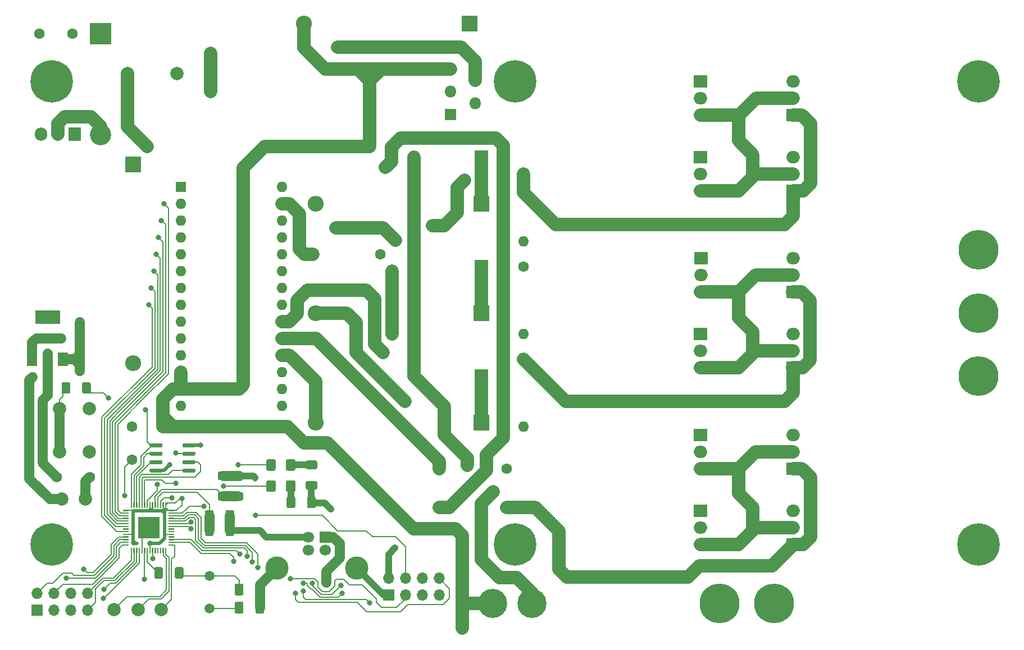
<source format=gbr>
%TF.GenerationSoftware,KiCad,Pcbnew,5.1.9+dfsg1-1+deb11u1*%
%TF.CreationDate,2023-02-15T16:28:34+00:00*%
%TF.ProjectId,bao-board,62616f2d-626f-4617-9264-2e6b69636164,rev?*%
%TF.SameCoordinates,Original*%
%TF.FileFunction,Copper,L1,Top*%
%TF.FilePolarity,Positive*%
%FSLAX46Y46*%
G04 Gerber Fmt 4.6, Leading zero omitted, Abs format (unit mm)*
G04 Created by KiCad (PCBNEW 5.1.9+dfsg1-1+deb11u1) date 2023-02-15 16:28:34*
%MOMM*%
%LPD*%
G01*
G04 APERTURE LIST*
%TA.AperFunction,ComponentPad*%
%ADD10R,2.400000X2.400000*%
%TD*%
%TA.AperFunction,ComponentPad*%
%ADD11O,2.400000X2.400000*%
%TD*%
%TA.AperFunction,ComponentPad*%
%ADD12O,2.000000X1.905000*%
%TD*%
%TA.AperFunction,ComponentPad*%
%ADD13R,2.000000X1.905000*%
%TD*%
%TA.AperFunction,ComponentPad*%
%ADD14C,1.500000*%
%TD*%
%TA.AperFunction,ComponentPad*%
%ADD15C,2.000000*%
%TD*%
%TA.AperFunction,SMDPad,CuDef*%
%ADD16R,3.200000X3.200000*%
%TD*%
%TA.AperFunction,ComponentPad*%
%ADD17O,1.700000X1.700000*%
%TD*%
%TA.AperFunction,ComponentPad*%
%ADD18R,1.700000X1.700000*%
%TD*%
%TA.AperFunction,ComponentPad*%
%ADD19C,1.600000*%
%TD*%
%TA.AperFunction,ComponentPad*%
%ADD20C,0.800000*%
%TD*%
%TA.AperFunction,ComponentPad*%
%ADD21C,6.400000*%
%TD*%
%TA.AperFunction,SMDPad,CuDef*%
%ADD22R,1.500000X2.000000*%
%TD*%
%TA.AperFunction,SMDPad,CuDef*%
%ADD23R,3.800000X2.000000*%
%TD*%
%TA.AperFunction,ComponentPad*%
%ADD24C,3.500000*%
%TD*%
%TA.AperFunction,ComponentPad*%
%ADD25C,1.700000*%
%TD*%
%TA.AperFunction,ComponentPad*%
%ADD26C,6.000000*%
%TD*%
%TA.AperFunction,ComponentPad*%
%ADD27O,1.600000X1.600000*%
%TD*%
%TA.AperFunction,ComponentPad*%
%ADD28O,2.000000X2.000000*%
%TD*%
%TA.AperFunction,ComponentPad*%
%ADD29R,2.000000X2.000000*%
%TD*%
%TA.AperFunction,ComponentPad*%
%ADD30R,1.600000X1.600000*%
%TD*%
%TA.AperFunction,ComponentPad*%
%ADD31R,3.200000X3.200000*%
%TD*%
%TA.AperFunction,ComponentPad*%
%ADD32O,3.200000X3.200000*%
%TD*%
%TA.AperFunction,ComponentPad*%
%ADD33R,1.800000X1.800000*%
%TD*%
%TA.AperFunction,ComponentPad*%
%ADD34O,1.800000X1.800000*%
%TD*%
%TA.AperFunction,ComponentPad*%
%ADD35C,0.700000*%
%TD*%
%TA.AperFunction,ComponentPad*%
%ADD36C,4.400000*%
%TD*%
%TA.AperFunction,ComponentPad*%
%ADD37R,1.905000X2.000000*%
%TD*%
%TA.AperFunction,ComponentPad*%
%ADD38O,1.905000X2.000000*%
%TD*%
%TA.AperFunction,ViaPad*%
%ADD39C,0.800000*%
%TD*%
%TA.AperFunction,Conductor*%
%ADD40C,2.000000*%
%TD*%
%TA.AperFunction,Conductor*%
%ADD41C,0.200000*%
%TD*%
%TA.AperFunction,Conductor*%
%ADD42C,1.500000*%
%TD*%
%TA.AperFunction,Conductor*%
%ADD43C,1.000000*%
%TD*%
%TA.AperFunction,Conductor*%
%ADD44C,0.500000*%
%TD*%
G04 APERTURE END LIST*
D10*
%TO.P,C3,1*%
%TO.N,Net-(C3-Pad1)*%
X139065000Y-109855000D03*
D11*
%TO.P,C3,2*%
%TO.N,/W*%
X114065000Y-109855000D03*
%TD*%
D10*
%TO.P,C2,1*%
%TO.N,Net-(C2-Pad1)*%
X139065000Y-93345000D03*
D11*
%TO.P,C2,2*%
%TO.N,/V*%
X114065000Y-93345000D03*
%TD*%
D10*
%TO.P,C1,1*%
%TO.N,Net-(C1-Pad1)*%
X139065000Y-76835000D03*
D11*
%TO.P,C1,2*%
%TO.N,/U*%
X114065000Y-76835000D03*
%TD*%
%TO.P,C10,2*%
%TO.N,GNDPWR*%
X86550000Y-100950000D03*
D10*
%TO.P,C10,1*%
%TO.N,/12v*%
X86550000Y-70950000D03*
%TD*%
D12*
%TO.P,Q12,3*%
%TO.N,GNDPWR*%
X186029600Y-111760000D03*
%TO.P,Q12,2*%
%TO.N,/W*%
X186029600Y-114300000D03*
D13*
%TO.P,Q12,1*%
%TO.N,Net-(Q11-Pad1)*%
X186029600Y-116840000D03*
%TD*%
D12*
%TO.P,Q11,3*%
%TO.N,GNDPWR*%
X186029600Y-123164600D03*
%TO.P,Q11,2*%
%TO.N,/W*%
X186029600Y-125704600D03*
D13*
%TO.P,Q11,1*%
%TO.N,Net-(Q11-Pad1)*%
X186029600Y-128244600D03*
%TD*%
D12*
%TO.P,Q10,3*%
%TO.N,/W*%
X172110400Y-116840000D03*
%TO.P,Q10,2*%
%TO.N,VCC*%
X172110400Y-114300000D03*
D13*
%TO.P,Q10,1*%
%TO.N,Net-(Q10-Pad1)*%
X172110400Y-111760000D03*
%TD*%
D12*
%TO.P,Q9,3*%
%TO.N,/W*%
X172108000Y-128270000D03*
%TO.P,Q9,2*%
%TO.N,VCC*%
X172108000Y-125730000D03*
D13*
%TO.P,Q9,1*%
%TO.N,Net-(Q10-Pad1)*%
X172108000Y-123190000D03*
%TD*%
D12*
%TO.P,Q8,3*%
%TO.N,GNDPWR*%
X186029600Y-85090000D03*
%TO.P,Q8,2*%
%TO.N,/V*%
X186029600Y-87630000D03*
D13*
%TO.P,Q8,1*%
%TO.N,Net-(Q7-Pad1)*%
X186029600Y-90170000D03*
%TD*%
D12*
%TO.P,Q7,3*%
%TO.N,GNDPWR*%
X186029600Y-96520000D03*
%TO.P,Q7,2*%
%TO.N,/V*%
X186029600Y-99060000D03*
D13*
%TO.P,Q7,1*%
%TO.N,Net-(Q7-Pad1)*%
X186029600Y-101600000D03*
%TD*%
D12*
%TO.P,Q6,3*%
%TO.N,/V*%
X172133400Y-90170000D03*
%TO.P,Q6,2*%
%TO.N,VCC*%
X172133400Y-87630000D03*
D13*
%TO.P,Q6,1*%
%TO.N,Net-(Q5-Pad1)*%
X172133400Y-85090000D03*
%TD*%
D12*
%TO.P,Q5,3*%
%TO.N,/V*%
X172110400Y-101600000D03*
%TO.P,Q5,2*%
%TO.N,VCC*%
X172110400Y-99060000D03*
D13*
%TO.P,Q5,1*%
%TO.N,Net-(Q5-Pad1)*%
X172110400Y-96520000D03*
%TD*%
D12*
%TO.P,Q4,3*%
%TO.N,GNDPWR*%
X186029600Y-58420000D03*
%TO.P,Q4,2*%
%TO.N,/U*%
X186029600Y-60960000D03*
D13*
%TO.P,Q4,1*%
%TO.N,Net-(Q3-Pad1)*%
X186029600Y-63500000D03*
%TD*%
D12*
%TO.P,Q3,3*%
%TO.N,GNDPWR*%
X186029600Y-69850000D03*
%TO.P,Q3,2*%
%TO.N,/U*%
X186029600Y-72390000D03*
D13*
%TO.P,Q3,1*%
%TO.N,Net-(Q3-Pad1)*%
X186029600Y-74930000D03*
%TD*%
D12*
%TO.P,Q2,3*%
%TO.N,/U*%
X172110400Y-63500000D03*
%TO.P,Q2,2*%
%TO.N,VCC*%
X172110400Y-60960000D03*
D13*
%TO.P,Q2,1*%
%TO.N,Net-(Q1-Pad1)*%
X172110400Y-58420000D03*
%TD*%
D12*
%TO.P,Q1,3*%
%TO.N,/U*%
X172110400Y-74930000D03*
%TO.P,Q1,2*%
%TO.N,VCC*%
X172110400Y-72390000D03*
D13*
%TO.P,Q1,1*%
%TO.N,Net-(Q1-Pad1)*%
X172110400Y-69850000D03*
%TD*%
D14*
%TO.P,Y1,2*%
%TO.N,Net-(C8-Pad1)*%
X98100000Y-137880000D03*
%TO.P,Y1,1*%
%TO.N,Net-(C7-Pad1)*%
X98100000Y-133000000D03*
%TD*%
D15*
%TO.P,SW1,1*%
%TO.N,Net-(R13-Pad1)*%
X75438000Y-107800000D03*
%TO.P,SW1,2*%
%TO.N,GNDPWR*%
X79938000Y-107800000D03*
%TO.P,SW1,1*%
%TO.N,Net-(R13-Pad1)*%
X75438000Y-114300000D03*
%TO.P,SW1,2*%
%TO.N,GNDPWR*%
X79938000Y-114300000D03*
%TD*%
%TO.P,R14,2*%
%TO.N,Net-(R14-Pad2)*%
%TA.AperFunction,SMDPad,CuDef*%
G36*
G01*
X91050000Y-131924999D02*
X91050000Y-133175001D01*
G75*
G02*
X90800001Y-133425000I-249999J0D01*
G01*
X89999999Y-133425000D01*
G75*
G02*
X89750000Y-133175001I0J249999D01*
G01*
X89750000Y-131924999D01*
G75*
G02*
X89999999Y-131675000I249999J0D01*
G01*
X90800001Y-131675000D01*
G75*
G02*
X91050000Y-131924999I0J-249999D01*
G01*
G37*
%TD.AperFunction*%
%TO.P,R14,1*%
%TO.N,Net-(C7-Pad1)*%
%TA.AperFunction,SMDPad,CuDef*%
G36*
G01*
X94150000Y-131924999D02*
X94150000Y-133175001D01*
G75*
G02*
X93900001Y-133425000I-249999J0D01*
G01*
X93099999Y-133425000D01*
G75*
G02*
X92850000Y-133175001I0J249999D01*
G01*
X92850000Y-131924999D01*
G75*
G02*
X93099999Y-131675000I249999J0D01*
G01*
X93900001Y-131675000D01*
G75*
G02*
X94150000Y-131924999I0J-249999D01*
G01*
G37*
%TD.AperFunction*%
%TD*%
%TO.P,R13,2*%
%TO.N,Net-(R13-Pad2)*%
%TA.AperFunction,SMDPad,CuDef*%
G36*
G01*
X78878000Y-105273001D02*
X78878000Y-104022999D01*
G75*
G02*
X79127999Y-103773000I249999J0D01*
G01*
X79928001Y-103773000D01*
G75*
G02*
X80178000Y-104022999I0J-249999D01*
G01*
X80178000Y-105273001D01*
G75*
G02*
X79928001Y-105523000I-249999J0D01*
G01*
X79127999Y-105523000D01*
G75*
G02*
X78878000Y-105273001I0J249999D01*
G01*
G37*
%TD.AperFunction*%
%TO.P,R13,1*%
%TO.N,Net-(R13-Pad1)*%
%TA.AperFunction,SMDPad,CuDef*%
G36*
G01*
X75778000Y-105273001D02*
X75778000Y-104022999D01*
G75*
G02*
X76027999Y-103773000I249999J0D01*
G01*
X76828001Y-103773000D01*
G75*
G02*
X77078000Y-104022999I0J-249999D01*
G01*
X77078000Y-105273001D01*
G75*
G02*
X76828001Y-105523000I-249999J0D01*
G01*
X76027999Y-105523000D01*
G75*
G02*
X75778000Y-105273001I0J249999D01*
G01*
G37*
%TD.AperFunction*%
%TD*%
%TO.P,H10,1*%
%TO.N,GNDPWR*%
X79400000Y-121400000D03*
%TD*%
%TO.P,H9,1*%
%TO.N,+5V*%
X75800000Y-121400000D03*
%TD*%
%TO.P,C8,2*%
%TO.N,GNDPWR*%
%TA.AperFunction,SMDPad,CuDef*%
G36*
G01*
X105000000Y-138450002D02*
X105000000Y-137149998D01*
G75*
G02*
X105249998Y-136900000I249998J0D01*
G01*
X106075002Y-136900000D01*
G75*
G02*
X106325000Y-137149998I0J-249998D01*
G01*
X106325000Y-138450002D01*
G75*
G02*
X106075002Y-138700000I-249998J0D01*
G01*
X105249998Y-138700000D01*
G75*
G02*
X105000000Y-138450002I0J249998D01*
G01*
G37*
%TD.AperFunction*%
%TO.P,C8,1*%
%TO.N,Net-(C8-Pad1)*%
%TA.AperFunction,SMDPad,CuDef*%
G36*
G01*
X101875000Y-138450002D02*
X101875000Y-137149998D01*
G75*
G02*
X102124998Y-136900000I249998J0D01*
G01*
X102950002Y-136900000D01*
G75*
G02*
X103200000Y-137149998I0J-249998D01*
G01*
X103200000Y-138450002D01*
G75*
G02*
X102950002Y-138700000I-249998J0D01*
G01*
X102124998Y-138700000D01*
G75*
G02*
X101875000Y-138450002I0J249998D01*
G01*
G37*
%TD.AperFunction*%
%TD*%
%TO.P,C7,2*%
%TO.N,GNDPWR*%
%TA.AperFunction,SMDPad,CuDef*%
G36*
G01*
X105000000Y-135700002D02*
X105000000Y-134399998D01*
G75*
G02*
X105249998Y-134150000I249998J0D01*
G01*
X106075002Y-134150000D01*
G75*
G02*
X106325000Y-134399998I0J-249998D01*
G01*
X106325000Y-135700002D01*
G75*
G02*
X106075002Y-135950000I-249998J0D01*
G01*
X105249998Y-135950000D01*
G75*
G02*
X105000000Y-135700002I0J249998D01*
G01*
G37*
%TD.AperFunction*%
%TO.P,C7,1*%
%TO.N,Net-(C7-Pad1)*%
%TA.AperFunction,SMDPad,CuDef*%
G36*
G01*
X101875000Y-135700002D02*
X101875000Y-134399998D01*
G75*
G02*
X102124998Y-134150000I249998J0D01*
G01*
X102950002Y-134150000D01*
G75*
G02*
X103200000Y-134399998I0J-249998D01*
G01*
X103200000Y-135700002D01*
G75*
G02*
X102950002Y-135950000I-249998J0D01*
G01*
X102124998Y-135950000D01*
G75*
G02*
X101875000Y-135700002I0J249998D01*
G01*
G37*
%TD.AperFunction*%
%TD*%
%TO.P,U2,54*%
%TO.N,Net-(U2-Pad54)*%
%TA.AperFunction,SMDPad,CuDef*%
G36*
G01*
X87000000Y-122680000D02*
X87000000Y-121905000D01*
G75*
G02*
X87050000Y-121855000I50000J0D01*
G01*
X87150000Y-121855000D01*
G75*
G02*
X87200000Y-121905000I0J-50000D01*
G01*
X87200000Y-122680000D01*
G75*
G02*
X87150000Y-122730000I-50000J0D01*
G01*
X87050000Y-122730000D01*
G75*
G02*
X87000000Y-122680000I0J50000D01*
G01*
G37*
%TD.AperFunction*%
%TO.P,U2,44*%
%TO.N,/3.3v*%
%TA.AperFunction,SMDPad,CuDef*%
G36*
G01*
X91000000Y-122680000D02*
X91000000Y-121905000D01*
G75*
G02*
X91050000Y-121855000I50000J0D01*
G01*
X91150000Y-121855000D01*
G75*
G02*
X91200000Y-121905000I0J-50000D01*
G01*
X91200000Y-122680000D01*
G75*
G02*
X91150000Y-122730000I-50000J0D01*
G01*
X91050000Y-122730000D01*
G75*
G02*
X91000000Y-122680000I0J50000D01*
G01*
G37*
%TD.AperFunction*%
%TO.P,U2,21*%
%TO.N,Net-(R14-Pad2)*%
%TA.AperFunction,SMDPad,CuDef*%
G36*
G01*
X88600000Y-129555000D02*
X88600000Y-128780000D01*
G75*
G02*
X88650000Y-128730000I50000J0D01*
G01*
X88750000Y-128730000D01*
G75*
G02*
X88800000Y-128780000I0J-50000D01*
G01*
X88800000Y-129555000D01*
G75*
G02*
X88750000Y-129605000I-50000J0D01*
G01*
X88650000Y-129605000D01*
G75*
G02*
X88600000Y-129555000I0J50000D01*
G01*
G37*
%TD.AperFunction*%
%TO.P,U2,10*%
%TO.N,/3.3v*%
%TA.AperFunction,SMDPad,CuDef*%
G36*
G01*
X85025000Y-126780000D02*
X85025000Y-126680000D01*
G75*
G02*
X85075000Y-126630000I50000J0D01*
G01*
X85850000Y-126630000D01*
G75*
G02*
X85900000Y-126680000I0J-50000D01*
G01*
X85900000Y-126780000D01*
G75*
G02*
X85850000Y-126830000I-50000J0D01*
G01*
X85075000Y-126830000D01*
G75*
G02*
X85025000Y-126780000I0J50000D01*
G01*
G37*
%TD.AperFunction*%
%TO.P,U2,13*%
%TO.N,Net-(J2-Pad3)*%
%TA.AperFunction,SMDPad,CuDef*%
G36*
G01*
X85025000Y-127980000D02*
X85025000Y-127880000D01*
G75*
G02*
X85075000Y-127830000I50000J0D01*
G01*
X85850000Y-127830000D01*
G75*
G02*
X85900000Y-127880000I0J-50000D01*
G01*
X85900000Y-127980000D01*
G75*
G02*
X85850000Y-128030000I-50000J0D01*
G01*
X85075000Y-128030000D01*
G75*
G02*
X85025000Y-127980000I0J50000D01*
G01*
G37*
%TD.AperFunction*%
%TO.P,U2,25*%
%TO.N,Net-(U2-Pad25)*%
%TA.AperFunction,SMDPad,CuDef*%
G36*
G01*
X90200000Y-129555000D02*
X90200000Y-128780000D01*
G75*
G02*
X90250000Y-128730000I50000J0D01*
G01*
X90350000Y-128730000D01*
G75*
G02*
X90400000Y-128780000I0J-50000D01*
G01*
X90400000Y-129555000D01*
G75*
G02*
X90350000Y-129605000I-50000J0D01*
G01*
X90250000Y-129605000D01*
G75*
G02*
X90200000Y-129555000I0J50000D01*
G01*
G37*
%TD.AperFunction*%
%TO.P,U2,14*%
%TO.N,Net-(J2-Pad4)*%
%TA.AperFunction,SMDPad,CuDef*%
G36*
G01*
X85025000Y-128380000D02*
X85025000Y-128280000D01*
G75*
G02*
X85075000Y-128230000I50000J0D01*
G01*
X85850000Y-128230000D01*
G75*
G02*
X85900000Y-128280000I0J-50000D01*
G01*
X85900000Y-128380000D01*
G75*
G02*
X85850000Y-128430000I-50000J0D01*
G01*
X85075000Y-128430000D01*
G75*
G02*
X85025000Y-128380000I0J50000D01*
G01*
G37*
%TD.AperFunction*%
%TO.P,U2,15*%
%TO.N,Net-(J2-Pad8)*%
%TA.AperFunction,SMDPad,CuDef*%
G36*
G01*
X86200000Y-129555000D02*
X86200000Y-128780000D01*
G75*
G02*
X86250000Y-128730000I50000J0D01*
G01*
X86350000Y-128730000D01*
G75*
G02*
X86400000Y-128780000I0J-50000D01*
G01*
X86400000Y-129555000D01*
G75*
G02*
X86350000Y-129605000I-50000J0D01*
G01*
X86250000Y-129605000D01*
G75*
G02*
X86200000Y-129555000I0J50000D01*
G01*
G37*
%TD.AperFunction*%
%TO.P,U2,40*%
%TO.N,Net-(J3-Pad3)*%
%TA.AperFunction,SMDPad,CuDef*%
G36*
G01*
X91900000Y-123980000D02*
X91900000Y-123880000D01*
G75*
G02*
X91950000Y-123830000I50000J0D01*
G01*
X92725000Y-123830000D01*
G75*
G02*
X92775000Y-123880000I0J-50000D01*
G01*
X92775000Y-123980000D01*
G75*
G02*
X92725000Y-124030000I-50000J0D01*
G01*
X91950000Y-124030000D01*
G75*
G02*
X91900000Y-123980000I0J50000D01*
G01*
G37*
%TD.AperFunction*%
%TO.P,U2,49*%
%TO.N,/3.3v*%
%TA.AperFunction,SMDPad,CuDef*%
G36*
G01*
X89000000Y-122680000D02*
X89000000Y-121905000D01*
G75*
G02*
X89050000Y-121855000I50000J0D01*
G01*
X89150000Y-121855000D01*
G75*
G02*
X89200000Y-121905000I0J-50000D01*
G01*
X89200000Y-122680000D01*
G75*
G02*
X89150000Y-122730000I-50000J0D01*
G01*
X89050000Y-122730000D01*
G75*
G02*
X89000000Y-122680000I0J50000D01*
G01*
G37*
%TD.AperFunction*%
%TO.P,U2,34*%
%TO.N,Net-(U2-Pad34)*%
%TA.AperFunction,SMDPad,CuDef*%
G36*
G01*
X91900000Y-126380000D02*
X91900000Y-126280000D01*
G75*
G02*
X91950000Y-126230000I50000J0D01*
G01*
X92725000Y-126230000D01*
G75*
G02*
X92775000Y-126280000I0J-50000D01*
G01*
X92775000Y-126380000D01*
G75*
G02*
X92725000Y-126430000I-50000J0D01*
G01*
X91950000Y-126430000D01*
G75*
G02*
X91900000Y-126380000I0J50000D01*
G01*
G37*
%TD.AperFunction*%
%TO.P,U2,42*%
%TO.N,/3.3v*%
%TA.AperFunction,SMDPad,CuDef*%
G36*
G01*
X91900000Y-123180000D02*
X91900000Y-123080000D01*
G75*
G02*
X91950000Y-123030000I50000J0D01*
G01*
X92725000Y-123030000D01*
G75*
G02*
X92775000Y-123080000I0J-50000D01*
G01*
X92775000Y-123180000D01*
G75*
G02*
X92725000Y-123230000I-50000J0D01*
G01*
X91950000Y-123230000D01*
G75*
G02*
X91900000Y-123180000I0J50000D01*
G01*
G37*
%TD.AperFunction*%
%TO.P,U2,53*%
%TO.N,Net-(U2-Pad53)*%
%TA.AperFunction,SMDPad,CuDef*%
G36*
G01*
X87400000Y-122680000D02*
X87400000Y-121905000D01*
G75*
G02*
X87450000Y-121855000I50000J0D01*
G01*
X87550000Y-121855000D01*
G75*
G02*
X87600000Y-121905000I0J-50000D01*
G01*
X87600000Y-122680000D01*
G75*
G02*
X87550000Y-122730000I-50000J0D01*
G01*
X87450000Y-122730000D01*
G75*
G02*
X87400000Y-122680000I0J50000D01*
G01*
G37*
%TD.AperFunction*%
%TO.P,U2,56*%
%TO.N,Net-(R13-Pad2)*%
%TA.AperFunction,SMDPad,CuDef*%
G36*
G01*
X86200000Y-122680000D02*
X86200000Y-121905000D01*
G75*
G02*
X86250000Y-121855000I50000J0D01*
G01*
X86350000Y-121855000D01*
G75*
G02*
X86400000Y-121905000I0J-50000D01*
G01*
X86400000Y-122680000D01*
G75*
G02*
X86350000Y-122730000I-50000J0D01*
G01*
X86250000Y-122730000D01*
G75*
G02*
X86200000Y-122680000I0J50000D01*
G01*
G37*
%TD.AperFunction*%
%TO.P,U2,18*%
%TO.N,Net-(J2-Pad5)*%
%TA.AperFunction,SMDPad,CuDef*%
G36*
G01*
X87400000Y-129555000D02*
X87400000Y-128780000D01*
G75*
G02*
X87450000Y-128730000I50000J0D01*
G01*
X87550000Y-128730000D01*
G75*
G02*
X87600000Y-128780000I0J-50000D01*
G01*
X87600000Y-129555000D01*
G75*
G02*
X87550000Y-129605000I-50000J0D01*
G01*
X87450000Y-129605000D01*
G75*
G02*
X87400000Y-129555000I0J50000D01*
G01*
G37*
%TD.AperFunction*%
%TO.P,U2,37*%
%TO.N,Net-(D6-Pad2)*%
%TA.AperFunction,SMDPad,CuDef*%
G36*
G01*
X91900000Y-125180000D02*
X91900000Y-125080000D01*
G75*
G02*
X91950000Y-125030000I50000J0D01*
G01*
X92725000Y-125030000D01*
G75*
G02*
X92775000Y-125080000I0J-50000D01*
G01*
X92775000Y-125180000D01*
G75*
G02*
X92725000Y-125230000I-50000J0D01*
G01*
X91950000Y-125230000D01*
G75*
G02*
X91900000Y-125180000I0J50000D01*
G01*
G37*
%TD.AperFunction*%
%TO.P,U2,35*%
%TO.N,Net-(U2-Pad35)*%
%TA.AperFunction,SMDPad,CuDef*%
G36*
G01*
X91900000Y-125980000D02*
X91900000Y-125880000D01*
G75*
G02*
X91950000Y-125830000I50000J0D01*
G01*
X92725000Y-125830000D01*
G75*
G02*
X92775000Y-125880000I0J-50000D01*
G01*
X92775000Y-125980000D01*
G75*
G02*
X92725000Y-126030000I-50000J0D01*
G01*
X91950000Y-126030000D01*
G75*
G02*
X91900000Y-125980000I0J50000D01*
G01*
G37*
%TD.AperFunction*%
%TO.P,U2,45*%
%TO.N,/1.1v*%
%TA.AperFunction,SMDPad,CuDef*%
G36*
G01*
X90600000Y-122680000D02*
X90600000Y-121905000D01*
G75*
G02*
X90650000Y-121855000I50000J0D01*
G01*
X90750000Y-121855000D01*
G75*
G02*
X90800000Y-121905000I0J-50000D01*
G01*
X90800000Y-122680000D01*
G75*
G02*
X90750000Y-122730000I-50000J0D01*
G01*
X90650000Y-122730000D01*
G75*
G02*
X90600000Y-122680000I0J50000D01*
G01*
G37*
%TD.AperFunction*%
%TO.P,U2,41*%
%TO.N,Net-(J3-Pad4)*%
%TA.AperFunction,SMDPad,CuDef*%
G36*
G01*
X91900000Y-123580000D02*
X91900000Y-123480000D01*
G75*
G02*
X91950000Y-123430000I50000J0D01*
G01*
X92725000Y-123430000D01*
G75*
G02*
X92775000Y-123480000I0J-50000D01*
G01*
X92775000Y-123580000D01*
G75*
G02*
X92725000Y-123630000I-50000J0D01*
G01*
X91950000Y-123630000D01*
G75*
G02*
X91900000Y-123580000I0J50000D01*
G01*
G37*
%TD.AperFunction*%
%TO.P,U2,19*%
%TO.N,GNDPWR*%
%TA.AperFunction,SMDPad,CuDef*%
G36*
G01*
X87800000Y-129555000D02*
X87800000Y-128780000D01*
G75*
G02*
X87850000Y-128730000I50000J0D01*
G01*
X87950000Y-128730000D01*
G75*
G02*
X88000000Y-128780000I0J-50000D01*
G01*
X88000000Y-129555000D01*
G75*
G02*
X87950000Y-129605000I-50000J0D01*
G01*
X87850000Y-129605000D01*
G75*
G02*
X87800000Y-129555000I0J50000D01*
G01*
G37*
%TD.AperFunction*%
%TO.P,U2,7*%
%TO.N,/W_PULL_LOW_LOGIC*%
%TA.AperFunction,SMDPad,CuDef*%
G36*
G01*
X85025000Y-125580000D02*
X85025000Y-125480000D01*
G75*
G02*
X85075000Y-125430000I50000J0D01*
G01*
X85850000Y-125430000D01*
G75*
G02*
X85900000Y-125480000I0J-50000D01*
G01*
X85900000Y-125580000D01*
G75*
G02*
X85850000Y-125630000I-50000J0D01*
G01*
X85075000Y-125630000D01*
G75*
G02*
X85025000Y-125580000I0J50000D01*
G01*
G37*
%TD.AperFunction*%
%TO.P,U2,39*%
%TO.N,Net-(J3-Pad5)*%
%TA.AperFunction,SMDPad,CuDef*%
G36*
G01*
X91900000Y-124380000D02*
X91900000Y-124280000D01*
G75*
G02*
X91950000Y-124230000I50000J0D01*
G01*
X92725000Y-124230000D01*
G75*
G02*
X92775000Y-124280000I0J-50000D01*
G01*
X92775000Y-124380000D01*
G75*
G02*
X92725000Y-124430000I-50000J0D01*
G01*
X91950000Y-124430000D01*
G75*
G02*
X91900000Y-124380000I0J50000D01*
G01*
G37*
%TD.AperFunction*%
%TO.P,U2,43*%
%TO.N,/3.3v*%
%TA.AperFunction,SMDPad,CuDef*%
G36*
G01*
X91400000Y-122680000D02*
X91400000Y-121905000D01*
G75*
G02*
X91450000Y-121855000I50000J0D01*
G01*
X91550000Y-121855000D01*
G75*
G02*
X91600000Y-121905000I0J-50000D01*
G01*
X91600000Y-122680000D01*
G75*
G02*
X91550000Y-122730000I-50000J0D01*
G01*
X91450000Y-122730000D01*
G75*
G02*
X91400000Y-122680000I0J50000D01*
G01*
G37*
%TD.AperFunction*%
%TO.P,U2,4*%
%TO.N,/W_PULL_HIGH_LOGIC*%
%TA.AperFunction,SMDPad,CuDef*%
G36*
G01*
X85025000Y-124380000D02*
X85025000Y-124280000D01*
G75*
G02*
X85075000Y-124230000I50000J0D01*
G01*
X85850000Y-124230000D01*
G75*
G02*
X85900000Y-124280000I0J-50000D01*
G01*
X85900000Y-124380000D01*
G75*
G02*
X85850000Y-124430000I-50000J0D01*
G01*
X85075000Y-124430000D01*
G75*
G02*
X85025000Y-124380000I0J50000D01*
G01*
G37*
%TD.AperFunction*%
%TO.P,U2,33*%
%TO.N,/3.3v*%
%TA.AperFunction,SMDPad,CuDef*%
G36*
G01*
X91900000Y-126780000D02*
X91900000Y-126680000D01*
G75*
G02*
X91950000Y-126630000I50000J0D01*
G01*
X92725000Y-126630000D01*
G75*
G02*
X92775000Y-126680000I0J-50000D01*
G01*
X92775000Y-126780000D01*
G75*
G02*
X92725000Y-126830000I-50000J0D01*
G01*
X91950000Y-126830000D01*
G75*
G02*
X91900000Y-126780000I0J50000D01*
G01*
G37*
%TD.AperFunction*%
%TO.P,U2,55*%
%TO.N,Net-(U2-Pad55)*%
%TA.AperFunction,SMDPad,CuDef*%
G36*
G01*
X86600000Y-122680000D02*
X86600000Y-121905000D01*
G75*
G02*
X86650000Y-121855000I50000J0D01*
G01*
X86750000Y-121855000D01*
G75*
G02*
X86800000Y-121905000I0J-50000D01*
G01*
X86800000Y-122680000D01*
G75*
G02*
X86750000Y-122730000I-50000J0D01*
G01*
X86650000Y-122730000D01*
G75*
G02*
X86600000Y-122680000I0J50000D01*
G01*
G37*
%TD.AperFunction*%
%TO.P,U2,6*%
%TO.N,/V_PULL_LOW_LOGIC*%
%TA.AperFunction,SMDPad,CuDef*%
G36*
G01*
X85025000Y-125180000D02*
X85025000Y-125080000D01*
G75*
G02*
X85075000Y-125030000I50000J0D01*
G01*
X85850000Y-125030000D01*
G75*
G02*
X85900000Y-125080000I0J-50000D01*
G01*
X85900000Y-125180000D01*
G75*
G02*
X85850000Y-125230000I-50000J0D01*
G01*
X85075000Y-125230000D01*
G75*
G02*
X85025000Y-125180000I0J50000D01*
G01*
G37*
%TD.AperFunction*%
%TO.P,U2,51*%
%TO.N,Net-(U2-Pad51)*%
%TA.AperFunction,SMDPad,CuDef*%
G36*
G01*
X88200000Y-122680000D02*
X88200000Y-121905000D01*
G75*
G02*
X88250000Y-121855000I50000J0D01*
G01*
X88350000Y-121855000D01*
G75*
G02*
X88400000Y-121905000I0J-50000D01*
G01*
X88400000Y-122680000D01*
G75*
G02*
X88350000Y-122730000I-50000J0D01*
G01*
X88250000Y-122730000D01*
G75*
G02*
X88200000Y-122680000I0J50000D01*
G01*
G37*
%TD.AperFunction*%
%TO.P,U2,5*%
%TO.N,/U_PULL_LOW_LOGIC*%
%TA.AperFunction,SMDPad,CuDef*%
G36*
G01*
X85025000Y-124780000D02*
X85025000Y-124680000D01*
G75*
G02*
X85075000Y-124630000I50000J0D01*
G01*
X85850000Y-124630000D01*
G75*
G02*
X85900000Y-124680000I0J-50000D01*
G01*
X85900000Y-124780000D01*
G75*
G02*
X85850000Y-124830000I-50000J0D01*
G01*
X85075000Y-124830000D01*
G75*
G02*
X85025000Y-124780000I0J50000D01*
G01*
G37*
%TD.AperFunction*%
%TO.P,U2,1*%
%TO.N,/3.3v*%
%TA.AperFunction,SMDPad,CuDef*%
G36*
G01*
X85025000Y-123180000D02*
X85025000Y-123080000D01*
G75*
G02*
X85075000Y-123030000I50000J0D01*
G01*
X85850000Y-123030000D01*
G75*
G02*
X85900000Y-123080000I0J-50000D01*
G01*
X85900000Y-123180000D01*
G75*
G02*
X85850000Y-123230000I-50000J0D01*
G01*
X85075000Y-123230000D01*
G75*
G02*
X85025000Y-123180000I0J50000D01*
G01*
G37*
%TD.AperFunction*%
%TO.P,U2,52*%
%TO.N,Net-(U2-Pad52)*%
%TA.AperFunction,SMDPad,CuDef*%
G36*
G01*
X87800000Y-122680000D02*
X87800000Y-121905000D01*
G75*
G02*
X87850000Y-121855000I50000J0D01*
G01*
X87950000Y-121855000D01*
G75*
G02*
X88000000Y-121905000I0J-50000D01*
G01*
X88000000Y-122680000D01*
G75*
G02*
X87950000Y-122730000I-50000J0D01*
G01*
X87850000Y-122730000D01*
G75*
G02*
X87800000Y-122680000I0J50000D01*
G01*
G37*
%TD.AperFunction*%
%TO.P,U2,36*%
%TO.N,Net-(D5-Pad2)*%
%TA.AperFunction,SMDPad,CuDef*%
G36*
G01*
X91900000Y-125580000D02*
X91900000Y-125480000D01*
G75*
G02*
X91950000Y-125430000I50000J0D01*
G01*
X92725000Y-125430000D01*
G75*
G02*
X92775000Y-125480000I0J-50000D01*
G01*
X92775000Y-125580000D01*
G75*
G02*
X92725000Y-125630000I-50000J0D01*
G01*
X91950000Y-125630000D01*
G75*
G02*
X91900000Y-125580000I0J50000D01*
G01*
G37*
%TD.AperFunction*%
%TO.P,U2,46*%
%TO.N,Net-(R7-Pad1)*%
%TA.AperFunction,SMDPad,CuDef*%
G36*
G01*
X90200000Y-122680000D02*
X90200000Y-121905000D01*
G75*
G02*
X90250000Y-121855000I50000J0D01*
G01*
X90350000Y-121855000D01*
G75*
G02*
X90400000Y-121905000I0J-50000D01*
G01*
X90400000Y-122680000D01*
G75*
G02*
X90350000Y-122730000I-50000J0D01*
G01*
X90250000Y-122730000D01*
G75*
G02*
X90200000Y-122680000I0J50000D01*
G01*
G37*
%TD.AperFunction*%
%TO.P,U2,17*%
%TO.N,Net-(J2-Pad6)*%
%TA.AperFunction,SMDPad,CuDef*%
G36*
G01*
X87000000Y-129555000D02*
X87000000Y-128780000D01*
G75*
G02*
X87050000Y-128730000I50000J0D01*
G01*
X87150000Y-128730000D01*
G75*
G02*
X87200000Y-128780000I0J-50000D01*
G01*
X87200000Y-129555000D01*
G75*
G02*
X87150000Y-129605000I-50000J0D01*
G01*
X87050000Y-129605000D01*
G75*
G02*
X87000000Y-129555000I0J50000D01*
G01*
G37*
%TD.AperFunction*%
%TO.P,U2,11*%
%TO.N,Net-(J2-Pad1)*%
%TA.AperFunction,SMDPad,CuDef*%
G36*
G01*
X85025000Y-127180000D02*
X85025000Y-127080000D01*
G75*
G02*
X85075000Y-127030000I50000J0D01*
G01*
X85850000Y-127030000D01*
G75*
G02*
X85900000Y-127080000I0J-50000D01*
G01*
X85900000Y-127180000D01*
G75*
G02*
X85850000Y-127230000I-50000J0D01*
G01*
X85075000Y-127230000D01*
G75*
G02*
X85025000Y-127180000I0J50000D01*
G01*
G37*
%TD.AperFunction*%
%TO.P,U2,38*%
%TO.N,Net-(J3-Pad6)*%
%TA.AperFunction,SMDPad,CuDef*%
G36*
G01*
X91900000Y-124780000D02*
X91900000Y-124680000D01*
G75*
G02*
X91950000Y-124630000I50000J0D01*
G01*
X92725000Y-124630000D01*
G75*
G02*
X92775000Y-124680000I0J-50000D01*
G01*
X92775000Y-124780000D01*
G75*
G02*
X92725000Y-124830000I-50000J0D01*
G01*
X91950000Y-124830000D01*
G75*
G02*
X91900000Y-124780000I0J50000D01*
G01*
G37*
%TD.AperFunction*%
%TO.P,U2,3*%
%TO.N,/V_PULL_HIGH_LOGIC*%
%TA.AperFunction,SMDPad,CuDef*%
G36*
G01*
X85025000Y-123980000D02*
X85025000Y-123880000D01*
G75*
G02*
X85075000Y-123830000I50000J0D01*
G01*
X85850000Y-123830000D01*
G75*
G02*
X85900000Y-123880000I0J-50000D01*
G01*
X85900000Y-123980000D01*
G75*
G02*
X85850000Y-124030000I-50000J0D01*
G01*
X85075000Y-124030000D01*
G75*
G02*
X85025000Y-123980000I0J50000D01*
G01*
G37*
%TD.AperFunction*%
%TO.P,U2,30*%
%TO.N,Net-(J3-Pad8)*%
%TA.AperFunction,SMDPad,CuDef*%
G36*
G01*
X91900000Y-127980000D02*
X91900000Y-127880000D01*
G75*
G02*
X91950000Y-127830000I50000J0D01*
G01*
X92725000Y-127830000D01*
G75*
G02*
X92775000Y-127880000I0J-50000D01*
G01*
X92775000Y-127980000D01*
G75*
G02*
X92725000Y-128030000I-50000J0D01*
G01*
X91950000Y-128030000D01*
G75*
G02*
X91900000Y-127980000I0J50000D01*
G01*
G37*
%TD.AperFunction*%
D16*
%TO.P,U2,57*%
%TO.N,GNDPWR*%
X88900000Y-125730000D03*
%TO.P,U2,2*%
%TO.N,/U_PULL_HIGH_LOGIC*%
%TA.AperFunction,SMDPad,CuDef*%
G36*
G01*
X85025000Y-123580000D02*
X85025000Y-123480000D01*
G75*
G02*
X85075000Y-123430000I50000J0D01*
G01*
X85850000Y-123430000D01*
G75*
G02*
X85900000Y-123480000I0J-50000D01*
G01*
X85900000Y-123580000D01*
G75*
G02*
X85850000Y-123630000I-50000J0D01*
G01*
X85075000Y-123630000D01*
G75*
G02*
X85025000Y-123580000I0J50000D01*
G01*
G37*
%TD.AperFunction*%
%TO.P,U2,16*%
%TO.N,Net-(J2-Pad7)*%
%TA.AperFunction,SMDPad,CuDef*%
G36*
G01*
X86600000Y-129555000D02*
X86600000Y-128780000D01*
G75*
G02*
X86650000Y-128730000I50000J0D01*
G01*
X86750000Y-128730000D01*
G75*
G02*
X86800000Y-128780000I0J-50000D01*
G01*
X86800000Y-129555000D01*
G75*
G02*
X86750000Y-129605000I-50000J0D01*
G01*
X86650000Y-129605000D01*
G75*
G02*
X86600000Y-129555000I0J50000D01*
G01*
G37*
%TD.AperFunction*%
%TO.P,U2,26*%
%TO.N,Net-(U2-Pad26)*%
%TA.AperFunction,SMDPad,CuDef*%
G36*
G01*
X90600000Y-129555000D02*
X90600000Y-128780000D01*
G75*
G02*
X90650000Y-128730000I50000J0D01*
G01*
X90750000Y-128730000D01*
G75*
G02*
X90800000Y-128780000I0J-50000D01*
G01*
X90800000Y-129555000D01*
G75*
G02*
X90750000Y-129605000I-50000J0D01*
G01*
X90650000Y-129605000D01*
G75*
G02*
X90600000Y-129555000I0J50000D01*
G01*
G37*
%TD.AperFunction*%
%TO.P,U2,24*%
%TO.N,Net-(U2-Pad24)*%
%TA.AperFunction,SMDPad,CuDef*%
G36*
G01*
X89800000Y-129555000D02*
X89800000Y-128780000D01*
G75*
G02*
X89850000Y-128730000I50000J0D01*
G01*
X89950000Y-128730000D01*
G75*
G02*
X90000000Y-128780000I0J-50000D01*
G01*
X90000000Y-129555000D01*
G75*
G02*
X89950000Y-129605000I-50000J0D01*
G01*
X89850000Y-129605000D01*
G75*
G02*
X89800000Y-129555000I0J50000D01*
G01*
G37*
%TD.AperFunction*%
%TO.P,U2,23*%
%TO.N,/1.1v*%
%TA.AperFunction,SMDPad,CuDef*%
G36*
G01*
X89400000Y-129555000D02*
X89400000Y-128780000D01*
G75*
G02*
X89450000Y-128730000I50000J0D01*
G01*
X89550000Y-128730000D01*
G75*
G02*
X89600000Y-128780000I0J-50000D01*
G01*
X89600000Y-129555000D01*
G75*
G02*
X89550000Y-129605000I-50000J0D01*
G01*
X89450000Y-129605000D01*
G75*
G02*
X89400000Y-129555000I0J50000D01*
G01*
G37*
%TD.AperFunction*%
%TO.P,U2,8*%
%TO.N,Net-(U2-Pad8)*%
%TA.AperFunction,SMDPad,CuDef*%
G36*
G01*
X85025000Y-125980000D02*
X85025000Y-125880000D01*
G75*
G02*
X85075000Y-125830000I50000J0D01*
G01*
X85850000Y-125830000D01*
G75*
G02*
X85900000Y-125880000I0J-50000D01*
G01*
X85900000Y-125980000D01*
G75*
G02*
X85850000Y-126030000I-50000J0D01*
G01*
X85075000Y-126030000D01*
G75*
G02*
X85025000Y-125980000I0J50000D01*
G01*
G37*
%TD.AperFunction*%
%TO.P,U2,50*%
%TO.N,/1.1v*%
%TA.AperFunction,SMDPad,CuDef*%
G36*
G01*
X88600000Y-122680000D02*
X88600000Y-121905000D01*
G75*
G02*
X88650000Y-121855000I50000J0D01*
G01*
X88750000Y-121855000D01*
G75*
G02*
X88800000Y-121905000I0J-50000D01*
G01*
X88800000Y-122680000D01*
G75*
G02*
X88750000Y-122730000I-50000J0D01*
G01*
X88650000Y-122730000D01*
G75*
G02*
X88600000Y-122680000I0J50000D01*
G01*
G37*
%TD.AperFunction*%
%TO.P,U2,12*%
%TO.N,Net-(J2-Pad2)*%
%TA.AperFunction,SMDPad,CuDef*%
G36*
G01*
X85025000Y-127580000D02*
X85025000Y-127480000D01*
G75*
G02*
X85075000Y-127430000I50000J0D01*
G01*
X85850000Y-127430000D01*
G75*
G02*
X85900000Y-127480000I0J-50000D01*
G01*
X85900000Y-127580000D01*
G75*
G02*
X85850000Y-127630000I-50000J0D01*
G01*
X85075000Y-127630000D01*
G75*
G02*
X85025000Y-127580000I0J50000D01*
G01*
G37*
%TD.AperFunction*%
%TO.P,U2,20*%
%TO.N,Net-(C8-Pad1)*%
%TA.AperFunction,SMDPad,CuDef*%
G36*
G01*
X88200000Y-129555000D02*
X88200000Y-128780000D01*
G75*
G02*
X88250000Y-128730000I50000J0D01*
G01*
X88350000Y-128730000D01*
G75*
G02*
X88400000Y-128780000I0J-50000D01*
G01*
X88400000Y-129555000D01*
G75*
G02*
X88350000Y-129605000I-50000J0D01*
G01*
X88250000Y-129605000D01*
G75*
G02*
X88200000Y-129555000I0J50000D01*
G01*
G37*
%TD.AperFunction*%
%TO.P,U2,9*%
%TO.N,/FAULT_LOGIC*%
%TA.AperFunction,SMDPad,CuDef*%
G36*
G01*
X85025000Y-126380000D02*
X85025000Y-126280000D01*
G75*
G02*
X85075000Y-126230000I50000J0D01*
G01*
X85850000Y-126230000D01*
G75*
G02*
X85900000Y-126280000I0J-50000D01*
G01*
X85900000Y-126380000D01*
G75*
G02*
X85850000Y-126430000I-50000J0D01*
G01*
X85075000Y-126430000D01*
G75*
G02*
X85025000Y-126380000I0J50000D01*
G01*
G37*
%TD.AperFunction*%
%TO.P,U2,32*%
%TO.N,Net-(U2-Pad32)*%
%TA.AperFunction,SMDPad,CuDef*%
G36*
G01*
X91900000Y-127180000D02*
X91900000Y-127080000D01*
G75*
G02*
X91950000Y-127030000I50000J0D01*
G01*
X92725000Y-127030000D01*
G75*
G02*
X92775000Y-127080000I0J-50000D01*
G01*
X92775000Y-127180000D01*
G75*
G02*
X92725000Y-127230000I-50000J0D01*
G01*
X91950000Y-127230000D01*
G75*
G02*
X91900000Y-127180000I0J50000D01*
G01*
G37*
%TD.AperFunction*%
%TO.P,U2,31*%
%TO.N,Net-(J3-Pad7)*%
%TA.AperFunction,SMDPad,CuDef*%
G36*
G01*
X91900000Y-127580000D02*
X91900000Y-127480000D01*
G75*
G02*
X91950000Y-127430000I50000J0D01*
G01*
X92725000Y-127430000D01*
G75*
G02*
X92775000Y-127480000I0J-50000D01*
G01*
X92775000Y-127580000D01*
G75*
G02*
X92725000Y-127630000I-50000J0D01*
G01*
X91950000Y-127630000D01*
G75*
G02*
X91900000Y-127580000I0J50000D01*
G01*
G37*
%TD.AperFunction*%
%TO.P,U2,48*%
%TO.N,/3.3v*%
%TA.AperFunction,SMDPad,CuDef*%
G36*
G01*
X89400000Y-122680000D02*
X89400000Y-121905000D01*
G75*
G02*
X89450000Y-121855000I50000J0D01*
G01*
X89550000Y-121855000D01*
G75*
G02*
X89600000Y-121905000I0J-50000D01*
G01*
X89600000Y-122680000D01*
G75*
G02*
X89550000Y-122730000I-50000J0D01*
G01*
X89450000Y-122730000D01*
G75*
G02*
X89400000Y-122680000I0J50000D01*
G01*
G37*
%TD.AperFunction*%
%TO.P,U2,22*%
%TA.AperFunction,SMDPad,CuDef*%
G36*
G01*
X89000000Y-129555000D02*
X89000000Y-128780000D01*
G75*
G02*
X89050000Y-128730000I50000J0D01*
G01*
X89150000Y-128730000D01*
G75*
G02*
X89200000Y-128780000I0J-50000D01*
G01*
X89200000Y-129555000D01*
G75*
G02*
X89150000Y-129605000I-50000J0D01*
G01*
X89050000Y-129605000D01*
G75*
G02*
X89000000Y-129555000I0J50000D01*
G01*
G37*
%TD.AperFunction*%
%TO.P,U2,27*%
%TO.N,/U_HALL_SENSE_LOGIC*%
%TA.AperFunction,SMDPad,CuDef*%
G36*
G01*
X91000000Y-129555000D02*
X91000000Y-128780000D01*
G75*
G02*
X91050000Y-128730000I50000J0D01*
G01*
X91150000Y-128730000D01*
G75*
G02*
X91200000Y-128780000I0J-50000D01*
G01*
X91200000Y-129555000D01*
G75*
G02*
X91150000Y-129605000I-50000J0D01*
G01*
X91050000Y-129605000D01*
G75*
G02*
X91000000Y-129555000I0J50000D01*
G01*
G37*
%TD.AperFunction*%
%TO.P,U2,28*%
%TO.N,/V_HALL_SENSE_LOGIC*%
%TA.AperFunction,SMDPad,CuDef*%
G36*
G01*
X91400000Y-129555000D02*
X91400000Y-128780000D01*
G75*
G02*
X91450000Y-128730000I50000J0D01*
G01*
X91550000Y-128730000D01*
G75*
G02*
X91600000Y-128780000I0J-50000D01*
G01*
X91600000Y-129555000D01*
G75*
G02*
X91550000Y-129605000I-50000J0D01*
G01*
X91450000Y-129605000D01*
G75*
G02*
X91400000Y-129555000I0J50000D01*
G01*
G37*
%TD.AperFunction*%
%TO.P,U2,29*%
%TO.N,/W_HALL_SENSE_LOGIC*%
%TA.AperFunction,SMDPad,CuDef*%
G36*
G01*
X91900000Y-128380000D02*
X91900000Y-128280000D01*
G75*
G02*
X91950000Y-128230000I50000J0D01*
G01*
X92725000Y-128230000D01*
G75*
G02*
X92775000Y-128280000I0J-50000D01*
G01*
X92775000Y-128380000D01*
G75*
G02*
X92725000Y-128430000I-50000J0D01*
G01*
X91950000Y-128430000D01*
G75*
G02*
X91900000Y-128380000I0J50000D01*
G01*
G37*
%TD.AperFunction*%
%TO.P,U2,47*%
%TO.N,Net-(R10-Pad2)*%
%TA.AperFunction,SMDPad,CuDef*%
G36*
G01*
X89800000Y-122680000D02*
X89800000Y-121905000D01*
G75*
G02*
X89850000Y-121855000I50000J0D01*
G01*
X89950000Y-121855000D01*
G75*
G02*
X90000000Y-121905000I0J-50000D01*
G01*
X90000000Y-122680000D01*
G75*
G02*
X89950000Y-122730000I-50000J0D01*
G01*
X89850000Y-122730000D01*
G75*
G02*
X89800000Y-122680000I0J50000D01*
G01*
G37*
%TD.AperFunction*%
%TD*%
%TO.P,R12,2*%
%TO.N,Net-(D5-Pad1)*%
%TA.AperFunction,SMDPad,CuDef*%
G36*
G01*
X114075001Y-116900000D02*
X112824999Y-116900000D01*
G75*
G02*
X112575000Y-116650001I0J249999D01*
G01*
X112575000Y-115849999D01*
G75*
G02*
X112824999Y-115600000I249999J0D01*
G01*
X114075001Y-115600000D01*
G75*
G02*
X114325000Y-115849999I0J-249999D01*
G01*
X114325000Y-116650001D01*
G75*
G02*
X114075001Y-116900000I-249999J0D01*
G01*
G37*
%TD.AperFunction*%
%TO.P,R12,1*%
%TO.N,GNDPWR*%
%TA.AperFunction,SMDPad,CuDef*%
G36*
G01*
X114075001Y-120000000D02*
X112824999Y-120000000D01*
G75*
G02*
X112575000Y-119750001I0J249999D01*
G01*
X112575000Y-118949999D01*
G75*
G02*
X112824999Y-118700000I249999J0D01*
G01*
X114075001Y-118700000D01*
G75*
G02*
X114325000Y-118949999I0J-249999D01*
G01*
X114325000Y-119750001D01*
G75*
G02*
X114075001Y-120000000I-249999J0D01*
G01*
G37*
%TD.AperFunction*%
%TD*%
%TO.P,R11,2*%
%TO.N,GNDPWR*%
%TA.AperFunction,SMDPad,CuDef*%
G36*
G01*
X112800000Y-122525001D02*
X112800000Y-121274999D01*
G75*
G02*
X113049999Y-121025000I249999J0D01*
G01*
X113850001Y-121025000D01*
G75*
G02*
X114100000Y-121274999I0J-249999D01*
G01*
X114100000Y-122525001D01*
G75*
G02*
X113850001Y-122775000I-249999J0D01*
G01*
X113049999Y-122775000D01*
G75*
G02*
X112800000Y-122525001I0J249999D01*
G01*
G37*
%TD.AperFunction*%
%TO.P,R11,1*%
%TO.N,Net-(D6-Pad1)*%
%TA.AperFunction,SMDPad,CuDef*%
G36*
G01*
X109700000Y-122525001D02*
X109700000Y-121274999D01*
G75*
G02*
X109949999Y-121025000I249999J0D01*
G01*
X110750001Y-121025000D01*
G75*
G02*
X111000000Y-121274999I0J-249999D01*
G01*
X111000000Y-122525001D01*
G75*
G02*
X110750001Y-122775000I-249999J0D01*
G01*
X109949999Y-122775000D01*
G75*
G02*
X109700000Y-122525001I0J249999D01*
G01*
G37*
%TD.AperFunction*%
%TD*%
D17*
%TO.P,J3,8*%
%TO.N,Net-(J3-Pad8)*%
X132670000Y-133360000D03*
%TO.P,J3,7*%
%TO.N,Net-(J3-Pad7)*%
X132670000Y-135900000D03*
%TO.P,J3,6*%
%TO.N,Net-(J3-Pad6)*%
X130130000Y-133360000D03*
%TO.P,J3,5*%
%TO.N,Net-(J3-Pad5)*%
X130130000Y-135900000D03*
%TO.P,J3,4*%
%TO.N,Net-(J3-Pad4)*%
X127590000Y-133360000D03*
%TO.P,J3,3*%
%TO.N,Net-(J3-Pad3)*%
X127590000Y-135900000D03*
%TO.P,J3,2*%
%TO.N,+5V*%
X125050000Y-133360000D03*
D18*
%TO.P,J3,1*%
%TO.N,GNDPWR*%
X125050000Y-135900000D03*
%TD*%
D17*
%TO.P,J2,8*%
%TO.N,Net-(J2-Pad8)*%
X79720000Y-135600000D03*
%TO.P,J2,7*%
%TO.N,Net-(J2-Pad7)*%
X79720000Y-138140000D03*
%TO.P,J2,6*%
%TO.N,Net-(J2-Pad6)*%
X77180000Y-135600000D03*
%TO.P,J2,5*%
%TO.N,Net-(J2-Pad5)*%
X77180000Y-138140000D03*
%TO.P,J2,4*%
%TO.N,Net-(J2-Pad4)*%
X74640000Y-135600000D03*
%TO.P,J2,3*%
%TO.N,Net-(J2-Pad3)*%
X74640000Y-138140000D03*
%TO.P,J2,2*%
%TO.N,Net-(J2-Pad2)*%
X72100000Y-135600000D03*
D18*
%TO.P,J2,1*%
%TO.N,Net-(J2-Pad1)*%
X72100000Y-138140000D03*
%TD*%
%TO.P,D6,2*%
%TO.N,Net-(D6-Pad2)*%
%TA.AperFunction,SMDPad,CuDef*%
G36*
G01*
X108057000Y-118837000D02*
X108057000Y-120087000D01*
G75*
G02*
X107807000Y-120337000I-250000J0D01*
G01*
X106882000Y-120337000D01*
G75*
G02*
X106632000Y-120087000I0J250000D01*
G01*
X106632000Y-118837000D01*
G75*
G02*
X106882000Y-118587000I250000J0D01*
G01*
X107807000Y-118587000D01*
G75*
G02*
X108057000Y-118837000I0J-250000D01*
G01*
G37*
%TD.AperFunction*%
%TO.P,D6,1*%
%TO.N,Net-(D6-Pad1)*%
%TA.AperFunction,SMDPad,CuDef*%
G36*
G01*
X111032000Y-118837000D02*
X111032000Y-120087000D01*
G75*
G02*
X110782000Y-120337000I-250000J0D01*
G01*
X109857000Y-120337000D01*
G75*
G02*
X109607000Y-120087000I0J250000D01*
G01*
X109607000Y-118837000D01*
G75*
G02*
X109857000Y-118587000I250000J0D01*
G01*
X110782000Y-118587000D01*
G75*
G02*
X111032000Y-118837000I0J-250000D01*
G01*
G37*
%TD.AperFunction*%
%TD*%
%TO.P,D5,2*%
%TO.N,Net-(D5-Pad2)*%
%TA.AperFunction,SMDPad,CuDef*%
G36*
G01*
X108057000Y-115637000D02*
X108057000Y-116887000D01*
G75*
G02*
X107807000Y-117137000I-250000J0D01*
G01*
X106882000Y-117137000D01*
G75*
G02*
X106632000Y-116887000I0J250000D01*
G01*
X106632000Y-115637000D01*
G75*
G02*
X106882000Y-115387000I250000J0D01*
G01*
X107807000Y-115387000D01*
G75*
G02*
X108057000Y-115637000I0J-250000D01*
G01*
G37*
%TD.AperFunction*%
%TO.P,D5,1*%
%TO.N,Net-(D5-Pad1)*%
%TA.AperFunction,SMDPad,CuDef*%
G36*
G01*
X111032000Y-115637000D02*
X111032000Y-116887000D01*
G75*
G02*
X110782000Y-117137000I-250000J0D01*
G01*
X109857000Y-117137000D01*
G75*
G02*
X109607000Y-116887000I0J250000D01*
G01*
X109607000Y-115637000D01*
G75*
G02*
X109857000Y-115387000I250000J0D01*
G01*
X110782000Y-115387000D01*
G75*
G02*
X111032000Y-115637000I0J-250000D01*
G01*
G37*
%TD.AperFunction*%
%TD*%
D19*
%TO.P,C6,2*%
%TO.N,/1.1v*%
X86360000Y-115490000D03*
%TO.P,C6,1*%
%TO.N,GNDPWR*%
X86360000Y-110490000D03*
%TD*%
%TO.P,R10,2*%
%TO.N,Net-(R10-Pad2)*%
%TA.AperFunction,SMDPad,CuDef*%
G36*
G01*
X99577999Y-120343500D02*
X100828001Y-120343500D01*
G75*
G02*
X101078000Y-120593499I0J-249999D01*
G01*
X101078000Y-121393501D01*
G75*
G02*
X100828001Y-121643500I-249999J0D01*
G01*
X99577999Y-121643500D01*
G75*
G02*
X99328000Y-121393501I0J249999D01*
G01*
X99328000Y-120593499D01*
G75*
G02*
X99577999Y-120343500I249999J0D01*
G01*
G37*
%TD.AperFunction*%
%TO.P,R10,1*%
%TO.N,Net-(J1-Pad3)*%
%TA.AperFunction,SMDPad,CuDef*%
G36*
G01*
X99577999Y-117243500D02*
X100828001Y-117243500D01*
G75*
G02*
X101078000Y-117493499I0J-249999D01*
G01*
X101078000Y-118293501D01*
G75*
G02*
X100828001Y-118543500I-249999J0D01*
G01*
X99577999Y-118543500D01*
G75*
G02*
X99328000Y-118293501I0J249999D01*
G01*
X99328000Y-117493499D01*
G75*
G02*
X99577999Y-117243500I249999J0D01*
G01*
G37*
%TD.AperFunction*%
%TD*%
%TO.P,R9,2*%
%TO.N,Net-(R7-Pad1)*%
%TA.AperFunction,SMDPad,CuDef*%
G36*
G01*
X98698480Y-125485999D02*
X98698480Y-126736001D01*
G75*
G02*
X98448481Y-126986000I-249999J0D01*
G01*
X97648479Y-126986000D01*
G75*
G02*
X97398480Y-126736001I0J249999D01*
G01*
X97398480Y-125485999D01*
G75*
G02*
X97648479Y-125236000I249999J0D01*
G01*
X98448481Y-125236000D01*
G75*
G02*
X98698480Y-125485999I0J-249999D01*
G01*
G37*
%TD.AperFunction*%
%TO.P,R9,1*%
%TO.N,Net-(J1-Pad2)*%
%TA.AperFunction,SMDPad,CuDef*%
G36*
G01*
X101798480Y-125485999D02*
X101798480Y-126736001D01*
G75*
G02*
X101548481Y-126986000I-249999J0D01*
G01*
X100748479Y-126986000D01*
G75*
G02*
X100498480Y-126736001I0J249999D01*
G01*
X100498480Y-125485999D01*
G75*
G02*
X100748479Y-125236000I249999J0D01*
G01*
X101548481Y-125236000D01*
G75*
G02*
X101798480Y-125485999I0J-249999D01*
G01*
G37*
%TD.AperFunction*%
%TD*%
%TO.P,R8,2*%
%TO.N,Net-(J1-Pad3)*%
%TA.AperFunction,SMDPad,CuDef*%
G36*
G01*
X102900641Y-118551120D02*
X101650639Y-118551120D01*
G75*
G02*
X101400640Y-118301121I0J249999D01*
G01*
X101400640Y-117501119D01*
G75*
G02*
X101650639Y-117251120I249999J0D01*
G01*
X102900641Y-117251120D01*
G75*
G02*
X103150640Y-117501119I0J-249999D01*
G01*
X103150640Y-118301121D01*
G75*
G02*
X102900641Y-118551120I-249999J0D01*
G01*
G37*
%TD.AperFunction*%
%TO.P,R8,1*%
%TO.N,Net-(R10-Pad2)*%
%TA.AperFunction,SMDPad,CuDef*%
G36*
G01*
X102900641Y-121651120D02*
X101650639Y-121651120D01*
G75*
G02*
X101400640Y-121401121I0J249999D01*
G01*
X101400640Y-120601119D01*
G75*
G02*
X101650639Y-120351120I249999J0D01*
G01*
X102900641Y-120351120D01*
G75*
G02*
X103150640Y-120601119I0J-249999D01*
G01*
X103150640Y-121401121D01*
G75*
G02*
X102900641Y-121651120I-249999J0D01*
G01*
G37*
%TD.AperFunction*%
%TD*%
%TO.P,R7,2*%
%TO.N,Net-(J1-Pad2)*%
%TA.AperFunction,SMDPad,CuDef*%
G36*
G01*
X100494000Y-124569381D02*
X100494000Y-123319379D01*
G75*
G02*
X100743999Y-123069380I249999J0D01*
G01*
X101544001Y-123069380D01*
G75*
G02*
X101794000Y-123319379I0J-249999D01*
G01*
X101794000Y-124569381D01*
G75*
G02*
X101544001Y-124819380I-249999J0D01*
G01*
X100743999Y-124819380D01*
G75*
G02*
X100494000Y-124569381I0J249999D01*
G01*
G37*
%TD.AperFunction*%
%TO.P,R7,1*%
%TO.N,Net-(R7-Pad1)*%
%TA.AperFunction,SMDPad,CuDef*%
G36*
G01*
X97394000Y-124569381D02*
X97394000Y-123319379D01*
G75*
G02*
X97643999Y-123069380I249999J0D01*
G01*
X98444001Y-123069380D01*
G75*
G02*
X98694000Y-123319379I0J-249999D01*
G01*
X98694000Y-124569381D01*
G75*
G02*
X98444001Y-124819380I-249999J0D01*
G01*
X97643999Y-124819380D01*
G75*
G02*
X97394000Y-124569381I0J249999D01*
G01*
G37*
%TD.AperFunction*%
%TD*%
D20*
%TO.P,REF\u002A\u002A,1*%
%TO.N,N/C*%
X75992056Y-56722944D03*
X74295000Y-56020000D03*
X72597944Y-56722944D03*
X71895000Y-58420000D03*
X72597944Y-60117056D03*
X74295000Y-60820000D03*
X75992056Y-60117056D03*
X76695000Y-58420000D03*
D21*
X74295000Y-58420000D03*
%TD*%
D20*
%TO.P,REF\u002A\u002A,1*%
%TO.N,N/C*%
X75992056Y-126572944D03*
X74295000Y-125870000D03*
X72597944Y-126572944D03*
X71895000Y-128270000D03*
X72597944Y-129967056D03*
X74295000Y-130670000D03*
X75992056Y-129967056D03*
X76695000Y-128270000D03*
D21*
X74295000Y-128270000D03*
%TD*%
D22*
%TO.P,U3,1*%
%TO.N,GNDPWR*%
X71360000Y-100305000D03*
%TO.P,U3,3*%
%TO.N,+5V*%
X75960000Y-100305000D03*
%TO.P,U3,2*%
%TO.N,/3.3v*%
X73660000Y-100305000D03*
D23*
X73660000Y-94005000D03*
%TD*%
D24*
%TO.P,J1,5*%
%TO.N,GNDPWR*%
X108225000Y-131829000D03*
X120265000Y-131829000D03*
D25*
%TO.P,J1,4*%
X115495000Y-129119000D03*
%TO.P,J1,3*%
%TO.N,Net-(J1-Pad3)*%
X112995000Y-129119000D03*
%TO.P,J1,2*%
%TO.N,Net-(J1-Pad2)*%
X112995000Y-127119000D03*
D18*
%TO.P,J1,1*%
%TO.N,+5V*%
X115495000Y-127119000D03*
%TD*%
D15*
%TO.P,H8,1*%
%TO.N,/W_HALL_SENSE_LOGIC*%
X90800000Y-138100000D03*
%TD*%
%TO.P,H7,1*%
%TO.N,/V_HALL_SENSE_LOGIC*%
X87300000Y-138100000D03*
%TD*%
%TO.P,H6,1*%
%TO.N,/U_HALL_SENSE_LOGIC*%
X83685000Y-138049000D03*
%TD*%
D19*
%TO.P,C5,2*%
%TO.N,GNDPWR*%
X72400000Y-51200000D03*
%TO.P,C5,1*%
%TO.N,/12v*%
X77400000Y-51200000D03*
%TD*%
%TO.P,C4,2*%
%TO.N,/3.3v*%
X75010000Y-118110000D03*
%TO.P,C4,1*%
%TO.N,GNDPWR*%
X80010000Y-118110000D03*
%TD*%
D20*
%TO.P,REF\u002A\u002A,1*%
%TO.N,N/C*%
X215692056Y-56722944D03*
X213995000Y-56020000D03*
X212297944Y-56722944D03*
X211595000Y-58420000D03*
X212297944Y-60117056D03*
X213995000Y-60820000D03*
X215692056Y-60117056D03*
X216395000Y-58420000D03*
D21*
X213995000Y-58420000D03*
%TD*%
D20*
%TO.P,REF\u002A\u002A,1*%
%TO.N,N/C*%
X215692056Y-126572944D03*
X213995000Y-125870000D03*
X212297944Y-126572944D03*
X211595000Y-128270000D03*
X212297944Y-129967056D03*
X213995000Y-130670000D03*
X215692056Y-129967056D03*
X216395000Y-128270000D03*
D21*
X213995000Y-128270000D03*
%TD*%
D20*
%TO.P,H3,1*%
%TO.N,/W*%
X215585990Y-101279010D03*
X213995000Y-100620000D03*
X212404010Y-101279010D03*
X211745000Y-102870000D03*
X212404010Y-104460990D03*
X213995000Y-105120000D03*
X215585990Y-104460990D03*
X216245000Y-102870000D03*
D26*
X213995000Y-102870000D03*
%TD*%
D20*
%TO.P,H2,1*%
%TO.N,/V*%
X215585990Y-91754010D03*
X213995000Y-91095000D03*
X212404010Y-91754010D03*
X211745000Y-93345000D03*
X212404010Y-94935990D03*
X213995000Y-95595000D03*
X215585990Y-94935990D03*
X216245000Y-93345000D03*
D26*
X213995000Y-93345000D03*
%TD*%
D20*
%TO.P,H1,1*%
%TO.N,/U*%
X215585990Y-82229010D03*
X213995000Y-81570000D03*
X212404010Y-82229010D03*
X211745000Y-83820000D03*
X212404010Y-85410990D03*
X213995000Y-86070000D03*
X215585990Y-85410990D03*
X216245000Y-83820000D03*
D26*
X213995000Y-83820000D03*
%TD*%
D21*
%TO.P,REF\u002A\u002A,1*%
%TO.N,N/C*%
X144145000Y-128270000D03*
D20*
X146545000Y-128270000D03*
X145842056Y-129967056D03*
X144145000Y-130670000D03*
X142447944Y-129967056D03*
X141745000Y-128270000D03*
X142447944Y-126572944D03*
X144145000Y-125870000D03*
X145842056Y-126572944D03*
%TD*%
D21*
%TO.P,REF\u002A\u002A,1*%
%TO.N,N/C*%
X144145000Y-58420000D03*
D20*
X146545000Y-58420000D03*
X145842056Y-60117056D03*
X144145000Y-60820000D03*
X142447944Y-60117056D03*
X141745000Y-58420000D03*
X142447944Y-56722944D03*
X144145000Y-56020000D03*
X145842056Y-56722944D03*
%TD*%
%TO.P,H5,1*%
%TO.N,GNDPWR*%
X184791980Y-135569010D03*
X183200990Y-134910000D03*
X181610000Y-135569010D03*
X180950990Y-137160000D03*
X181610000Y-138750990D03*
X183200990Y-139410000D03*
X184791980Y-138750990D03*
X185450990Y-137160000D03*
D26*
X183200990Y-137160000D03*
%TD*%
D20*
%TO.P,H4,1*%
%TO.N,VCC*%
X176530000Y-135569010D03*
X174939010Y-134910000D03*
X173348020Y-135569010D03*
X172689010Y-137160000D03*
X173348020Y-138750990D03*
X174939010Y-139410000D03*
X176530000Y-138750990D03*
X177189010Y-137160000D03*
D26*
X174939010Y-137160000D03*
%TD*%
D27*
%TO.P,R6,2*%
%TO.N,Net-(R6-Pad2)*%
X132715000Y-116840000D03*
D19*
%TO.P,R6,1*%
%TO.N,Net-(Q10-Pad1)*%
X142875000Y-116840000D03*
%TD*%
D27*
%TO.P,R5,2*%
%TO.N,Net-(R5-Pad2)*%
X145415000Y-96520000D03*
D19*
%TO.P,R5,1*%
%TO.N,Net-(Q5-Pad1)*%
X145415000Y-86360000D03*
%TD*%
D27*
%TO.P,R4,2*%
%TO.N,Net-(R4-Pad2)*%
X113640000Y-84500000D03*
D19*
%TO.P,R4,1*%
%TO.N,Net-(Q1-Pad1)*%
X123800000Y-84500000D03*
%TD*%
D27*
%TO.P,R3,2*%
%TO.N,Net-(R3-Pad2)*%
X132715000Y-122682000D03*
D19*
%TO.P,R3,1*%
%TO.N,Net-(Q11-Pad1)*%
X142875000Y-122682000D03*
%TD*%
D27*
%TO.P,R2,2*%
%TO.N,Net-(R2-Pad2)*%
X145415000Y-110490000D03*
D19*
%TO.P,R2,1*%
%TO.N,Net-(Q7-Pad1)*%
X145415000Y-100330000D03*
%TD*%
D27*
%TO.P,R1,2*%
%TO.N,Net-(R1-Pad2)*%
X145415000Y-82550000D03*
D19*
%TO.P,R1,1*%
%TO.N,Net-(Q3-Pad1)*%
X145415000Y-72390000D03*
%TD*%
D28*
%TO.P,D3,2*%
%TO.N,/12v*%
X128905000Y-102870000D03*
D29*
%TO.P,D3,1*%
%TO.N,Net-(C3-Pad1)*%
X139065000Y-102870000D03*
%TD*%
D28*
%TO.P,D2,2*%
%TO.N,/12v*%
X128905000Y-86360000D03*
D29*
%TO.P,D2,1*%
%TO.N,Net-(C2-Pad1)*%
X139065000Y-86360000D03*
%TD*%
D28*
%TO.P,D1,2*%
%TO.N,/12v*%
X128905000Y-69850000D03*
D29*
%TO.P,D1,1*%
%TO.N,Net-(C1-Pad1)*%
X139065000Y-69850000D03*
%TD*%
D30*
%TO.P,U1,1*%
%TO.N,/12v*%
X93726000Y-74295000D03*
D27*
%TO.P,U1,15*%
%TO.N,Net-(R2-Pad2)*%
X108966000Y-107315000D03*
%TO.P,U1,2*%
%TO.N,/U_PULL_HIGH_LOGIC*%
X93726000Y-76835000D03*
%TO.P,U1,16*%
%TO.N,Net-(R1-Pad2)*%
X108966000Y-104775000D03*
%TO.P,U1,3*%
%TO.N,/V_PULL_HIGH_LOGIC*%
X93726000Y-79375000D03*
%TO.P,U1,17*%
%TO.N,N/C*%
X108966000Y-102235000D03*
%TO.P,U1,4*%
%TO.N,/W_PULL_HIGH_LOGIC*%
X93726000Y-81915000D03*
%TO.P,U1,18*%
%TO.N,/W*%
X108966000Y-99695000D03*
%TO.P,U1,5*%
%TO.N,/U_PULL_LOW_LOGIC*%
X93726000Y-84455000D03*
%TO.P,U1,19*%
%TO.N,Net-(R6-Pad2)*%
X108966000Y-97155000D03*
%TO.P,U1,6*%
%TO.N,/V_PULL_LOW_LOGIC*%
X93726000Y-86995000D03*
%TO.P,U1,20*%
%TO.N,Net-(C3-Pad1)*%
X108966000Y-94615000D03*
%TO.P,U1,7*%
%TO.N,/W_PULL_LOW_LOGIC*%
X93726000Y-89535000D03*
%TO.P,U1,21*%
%TO.N,N/C*%
X108966000Y-92075000D03*
%TO.P,U1,8*%
%TO.N,/FAULT_LOGIC*%
X93726000Y-92075000D03*
%TO.P,U1,22*%
%TO.N,/V*%
X108966000Y-89535000D03*
%TO.P,U1,9*%
%TO.N,GNDPWR*%
X93726000Y-94615000D03*
%TO.P,U1,23*%
%TO.N,Net-(R5-Pad2)*%
X108966000Y-86995000D03*
%TO.P,U1,10*%
%TO.N,Net-(U1-Pad10)*%
X93726000Y-97155000D03*
%TO.P,U1,24*%
%TO.N,Net-(C2-Pad1)*%
X108966000Y-84455000D03*
%TO.P,U1,11*%
%TO.N,Net-(U1-Pad11)*%
X93726000Y-99695000D03*
%TO.P,U1,25*%
%TO.N,N/C*%
X108966000Y-81915000D03*
%TO.P,U1,12*%
%TO.N,GNDPWR*%
X93726000Y-102235000D03*
%TO.P,U1,26*%
%TO.N,/U*%
X108966000Y-79375000D03*
%TO.P,U1,13*%
%TO.N,GNDPWR*%
X93726000Y-104775000D03*
%TO.P,U1,27*%
%TO.N,Net-(R4-Pad2)*%
X108966000Y-76835000D03*
%TO.P,U1,14*%
%TO.N,Net-(R3-Pad2)*%
X93726000Y-107315000D03*
%TO.P,U1,28*%
%TO.N,Net-(C1-Pad1)*%
X108966000Y-74295000D03*
%TD*%
D10*
%TO.P,C9,1*%
%TO.N,VCC*%
X137277000Y-49657000D03*
D11*
%TO.P,C9,2*%
%TO.N,GNDPWR*%
X112277000Y-49657000D03*
%TD*%
D31*
%TO.P,D4,1*%
%TO.N,Net-(D4-Pad1)*%
X81661000Y-51181000D03*
D32*
%TO.P,D4,2*%
%TO.N,GNDPWR*%
X81661000Y-66421000D03*
%TD*%
D15*
%TO.P,L1,1*%
%TO.N,Net-(D4-Pad1)*%
X85700000Y-57200000D03*
%TO.P,L1,2*%
%TO.N,/12v*%
X93200000Y-57200000D03*
%TD*%
D33*
%TO.P,U4,1*%
%TO.N,VCC*%
X134366000Y-63373000D03*
D34*
%TO.P,U4,2*%
%TO.N,Net-(D4-Pad1)*%
X138166000Y-61673000D03*
%TO.P,U4,3*%
%TO.N,GNDPWR*%
X134366000Y-59973000D03*
%TO.P,U4,4*%
%TO.N,/12v*%
X138166000Y-58273000D03*
%TO.P,U4,5*%
%TO.N,GNDPWR*%
X134366000Y-56573000D03*
%TD*%
D35*
%TO.P,H11,1*%
%TO.N,GNDPWR*%
X141882726Y-135955274D03*
X140716000Y-135472000D03*
X139549274Y-135955274D03*
X139066000Y-137122000D03*
X139549274Y-138288726D03*
X140716000Y-138772000D03*
X141882726Y-138288726D03*
X142366000Y-137122000D03*
D36*
X140716000Y-137122000D03*
%TD*%
D35*
%TO.P,H13,1*%
%TO.N,/12v*%
X147866726Y-135955274D03*
X146700000Y-135472000D03*
X145533274Y-135955274D03*
X145050000Y-137122000D03*
X145533274Y-138288726D03*
X146700000Y-138772000D03*
X147866726Y-138288726D03*
X148350000Y-137122000D03*
D36*
X146700000Y-137122000D03*
%TD*%
%TO.P,U5,1*%
%TO.N,Net-(R13-Pad2)*%
%TA.AperFunction,SMDPad,CuDef*%
G36*
G01*
X89050000Y-113433500D02*
X89050000Y-113133500D01*
G75*
G02*
X89200000Y-112983500I150000J0D01*
G01*
X90850000Y-112983500D01*
G75*
G02*
X91000000Y-113133500I0J-150000D01*
G01*
X91000000Y-113433500D01*
G75*
G02*
X90850000Y-113583500I-150000J0D01*
G01*
X89200000Y-113583500D01*
G75*
G02*
X89050000Y-113433500I0J150000D01*
G01*
G37*
%TD.AperFunction*%
%TO.P,U5,2*%
%TO.N,Net-(U2-Pad55)*%
%TA.AperFunction,SMDPad,CuDef*%
G36*
G01*
X89050000Y-114703500D02*
X89050000Y-114403500D01*
G75*
G02*
X89200000Y-114253500I150000J0D01*
G01*
X90850000Y-114253500D01*
G75*
G02*
X91000000Y-114403500I0J-150000D01*
G01*
X91000000Y-114703500D01*
G75*
G02*
X90850000Y-114853500I-150000J0D01*
G01*
X89200000Y-114853500D01*
G75*
G02*
X89050000Y-114703500I0J150000D01*
G01*
G37*
%TD.AperFunction*%
%TO.P,U5,3*%
%TO.N,Net-(U2-Pad54)*%
%TA.AperFunction,SMDPad,CuDef*%
G36*
G01*
X89050000Y-115973500D02*
X89050000Y-115673500D01*
G75*
G02*
X89200000Y-115523500I150000J0D01*
G01*
X90850000Y-115523500D01*
G75*
G02*
X91000000Y-115673500I0J-150000D01*
G01*
X91000000Y-115973500D01*
G75*
G02*
X90850000Y-116123500I-150000J0D01*
G01*
X89200000Y-116123500D01*
G75*
G02*
X89050000Y-115973500I0J150000D01*
G01*
G37*
%TD.AperFunction*%
%TO.P,U5,4*%
%TO.N,GNDPWR*%
%TA.AperFunction,SMDPad,CuDef*%
G36*
G01*
X89050000Y-117243500D02*
X89050000Y-116943500D01*
G75*
G02*
X89200000Y-116793500I150000J0D01*
G01*
X90850000Y-116793500D01*
G75*
G02*
X91000000Y-116943500I0J-150000D01*
G01*
X91000000Y-117243500D01*
G75*
G02*
X90850000Y-117393500I-150000J0D01*
G01*
X89200000Y-117393500D01*
G75*
G02*
X89050000Y-117243500I0J150000D01*
G01*
G37*
%TD.AperFunction*%
%TO.P,U5,5*%
%TO.N,Net-(U2-Pad53)*%
%TA.AperFunction,SMDPad,CuDef*%
G36*
G01*
X94000000Y-117243500D02*
X94000000Y-116943500D01*
G75*
G02*
X94150000Y-116793500I150000J0D01*
G01*
X95800000Y-116793500D01*
G75*
G02*
X95950000Y-116943500I0J-150000D01*
G01*
X95950000Y-117243500D01*
G75*
G02*
X95800000Y-117393500I-150000J0D01*
G01*
X94150000Y-117393500D01*
G75*
G02*
X94000000Y-117243500I0J150000D01*
G01*
G37*
%TD.AperFunction*%
%TO.P,U5,6*%
%TO.N,Net-(U2-Pad52)*%
%TA.AperFunction,SMDPad,CuDef*%
G36*
G01*
X94000000Y-115973500D02*
X94000000Y-115673500D01*
G75*
G02*
X94150000Y-115523500I150000J0D01*
G01*
X95800000Y-115523500D01*
G75*
G02*
X95950000Y-115673500I0J-150000D01*
G01*
X95950000Y-115973500D01*
G75*
G02*
X95800000Y-116123500I-150000J0D01*
G01*
X94150000Y-116123500D01*
G75*
G02*
X94000000Y-115973500I0J150000D01*
G01*
G37*
%TD.AperFunction*%
%TO.P,U5,7*%
%TO.N,Net-(U2-Pad51)*%
%TA.AperFunction,SMDPad,CuDef*%
G36*
G01*
X94000000Y-114703500D02*
X94000000Y-114403500D01*
G75*
G02*
X94150000Y-114253500I150000J0D01*
G01*
X95800000Y-114253500D01*
G75*
G02*
X95950000Y-114403500I0J-150000D01*
G01*
X95950000Y-114703500D01*
G75*
G02*
X95800000Y-114853500I-150000J0D01*
G01*
X94150000Y-114853500D01*
G75*
G02*
X94000000Y-114703500I0J150000D01*
G01*
G37*
%TD.AperFunction*%
%TO.P,U5,8*%
%TO.N,/3.3v*%
%TA.AperFunction,SMDPad,CuDef*%
G36*
G01*
X94000000Y-113433500D02*
X94000000Y-113133500D01*
G75*
G02*
X94150000Y-112983500I150000J0D01*
G01*
X95800000Y-112983500D01*
G75*
G02*
X95950000Y-113133500I0J-150000D01*
G01*
X95950000Y-113433500D01*
G75*
G02*
X95800000Y-113583500I-150000J0D01*
G01*
X94150000Y-113583500D01*
G75*
G02*
X94000000Y-113433500I0J150000D01*
G01*
G37*
%TD.AperFunction*%
%TD*%
D37*
%TO.P,U6,1*%
%TO.N,/12v*%
X77730000Y-66350000D03*
D38*
%TO.P,U6,2*%
%TO.N,GNDPWR*%
X75190000Y-66350000D03*
%TO.P,U6,3*%
%TO.N,+5V*%
X72650000Y-66350000D03*
%TD*%
D39*
%TO.N,Net-(Q1-Pad1)*%
X131699000Y-80137000D03*
X136525000Y-73279000D03*
%TO.N,GNDPWR*%
X87884000Y-124714000D03*
X87884000Y-126746000D03*
X89916000Y-126746000D03*
X89916000Y-124714000D03*
X75745000Y-97155000D03*
X136144000Y-140843000D03*
X112268000Y-112903000D03*
X115824000Y-112903000D03*
X126809500Y-123888500D03*
X128778000Y-125857000D03*
X135128000Y-125857000D03*
X136144000Y-126873000D03*
X132080000Y-125857000D03*
X136144000Y-130175000D03*
X136144000Y-133731000D03*
X136144000Y-137033000D03*
X124714000Y-121793000D03*
X122682000Y-119761000D03*
X120459500Y-117538500D03*
X118046500Y-115125500D03*
X116395500Y-122936000D03*
X91059000Y-110490000D03*
X109855000Y-110490000D03*
X100647500Y-110490000D03*
X95631000Y-110490000D03*
X105283000Y-110490000D03*
X103187500Y-94551500D03*
X91059000Y-106299000D03*
X97282000Y-104775000D03*
X101536500Y-104775000D03*
X103187500Y-102616000D03*
X103187500Y-98869500D03*
X103187500Y-89979500D03*
X103187500Y-85344000D03*
X103187500Y-80835500D03*
X103187500Y-76390500D03*
X103187500Y-71882000D03*
X106362500Y-68262500D03*
X110490000Y-68262500D03*
X115062000Y-68262500D03*
X119316500Y-68262500D03*
X122237500Y-68262500D03*
X92050000Y-116250000D03*
X98250000Y-54150000D03*
X98250000Y-59950000D03*
%TO.N,Net-(J1-Pad3)*%
X104965500Y-118364000D03*
%TO.N,Net-(C2-Pad1)*%
X117100000Y-80500000D03*
X126100000Y-82400000D03*
%TO.N,Net-(C3-Pad1)*%
X124206000Y-99314000D03*
%TO.N,Net-(R3-Pad2)*%
X124587000Y-71374000D03*
%TO.N,Net-(R5-Pad2)*%
X125603000Y-86995000D03*
X125603000Y-96520000D03*
%TO.N,/V*%
X127508000Y-106680000D03*
%TO.N,/3.3v*%
X89100000Y-128100000D03*
X86675000Y-128025000D03*
X93950000Y-121300000D03*
X73660000Y-99441000D03*
X73660000Y-94005000D03*
X96750000Y-113250000D03*
%TO.N,/12v*%
X136906000Y-116332000D03*
X140843000Y-120269000D03*
X117348000Y-53213000D03*
%TO.N,Net-(U2-Pad51)*%
X93000000Y-114500000D03*
X93000000Y-119000000D03*
%TO.N,/1.1v*%
X92400000Y-121200000D03*
X90200000Y-119200000D03*
X85300000Y-120900000D03*
X89500000Y-130375000D03*
%TO.N,Net-(D5-Pad2)*%
X95300001Y-125900001D03*
X102425500Y-116268500D03*
%TO.N,Net-(D6-Pad2)*%
X100232000Y-119416000D03*
X95300000Y-124900000D03*
%TO.N,Net-(J2-Pad6)*%
X82200000Y-135000000D03*
%TO.N,Net-(J2-Pad5)*%
X82100000Y-136400000D03*
%TO.N,Net-(J2-Pad3)*%
X76450000Y-133300000D03*
%TO.N,Net-(J2-Pad1)*%
X79100000Y-131950000D03*
%TO.N,Net-(J3-Pad8)*%
X101700000Y-130800000D03*
X111050000Y-135650000D03*
%TO.N,Net-(J3-Pad7)*%
X122200000Y-137100000D03*
X102650000Y-129700000D03*
X112200000Y-135300000D03*
%TO.N,Net-(J3-Pad6)*%
X103750000Y-130050000D03*
X118100000Y-135600000D03*
X112200000Y-134100000D03*
%TO.N,Net-(J3-Pad5)*%
X117900000Y-134450000D03*
X104550000Y-130900000D03*
X113550000Y-134100000D03*
%TO.N,Net-(J3-Pad3)*%
X105400000Y-131700000D03*
X110300000Y-133400000D03*
%TO.N,Net-(C8-Pad1)*%
X88300000Y-133500000D03*
%TO.N,+5V*%
X115700000Y-134000000D03*
X71374000Y-103022400D03*
X78486000Y-102108000D03*
X126000000Y-128800000D03*
X78486000Y-94742000D03*
%TO.N,Net-(R13-Pad2)*%
X88392000Y-107950000D03*
X82804000Y-106172000D03*
%TO.N,Net-(D4-Pad1)*%
X88650000Y-68200000D03*
%TO.N,/U_PULL_HIGH_LOGIC*%
X91186000Y-76835000D03*
%TO.N,/V_PULL_HIGH_LOGIC*%
X90805000Y-79375000D03*
%TO.N,/W_PULL_HIGH_LOGIC*%
X90360500Y-81915000D03*
%TO.N,/U_PULL_LOW_LOGIC*%
X90043000Y-84455000D03*
%TO.N,/V_PULL_LOW_LOGIC*%
X89662000Y-86995000D03*
%TO.N,/W_PULL_LOW_LOGIC*%
X89281000Y-89535000D03*
%TO.N,/FAULT_LOGIC*%
X88900000Y-92075000D03*
%TO.N,Net-(J3-Pad4)*%
X97200000Y-122500000D03*
X105000000Y-123900000D03*
%TD*%
D40*
%TO.N,Net-(Q1-Pad1)*%
X133477000Y-80137000D02*
X135382000Y-78232000D01*
X135382000Y-78232000D02*
X135382000Y-74422000D01*
X133477000Y-80137000D02*
X131699000Y-80137000D01*
X135382000Y-74422000D02*
X136525000Y-73279000D01*
%TO.N,VCC*%
X174177010Y-137922000D02*
X174939010Y-137160000D01*
%TO.N,Net-(Q3-Pad1)*%
X145415000Y-75158600D02*
X145415000Y-72390000D01*
X150266400Y-80010000D02*
X145415000Y-75158600D01*
X184785000Y-80010000D02*
X150266400Y-80010000D01*
X186055000Y-78740000D02*
X184785000Y-80010000D01*
X186055000Y-74930000D02*
X186055000Y-78740000D01*
X187553600Y-74930000D02*
X186029600Y-74930000D01*
X188645800Y-73837800D02*
X187553600Y-74930000D01*
X188645800Y-64795400D02*
X188645800Y-73837800D01*
X187350400Y-63500000D02*
X188645800Y-64795400D01*
X186029600Y-63500000D02*
X187350400Y-63500000D01*
D41*
%TO.N,GNDPWR*%
X87900000Y-126730000D02*
X88900000Y-125730000D01*
X87900000Y-129167500D02*
X87900000Y-126730000D01*
D42*
X71360000Y-97805000D02*
X72010000Y-97155000D01*
X71360000Y-100305000D02*
X71360000Y-97805000D01*
X72010000Y-97155000D02*
X75745000Y-97155000D01*
X75745000Y-97155000D02*
X75745000Y-97155000D01*
D43*
X113432000Y-119612000D02*
X113432000Y-121912000D01*
D42*
X105662500Y-134391500D02*
X108225000Y-131829000D01*
X105662500Y-135050000D02*
X105662500Y-134391500D01*
X105662500Y-135050000D02*
X105662500Y-137800000D01*
D43*
X120265000Y-131829000D02*
X122300000Y-133864000D01*
X124336000Y-135900000D02*
X122300000Y-133864000D01*
X125050000Y-135900000D02*
X124336000Y-135900000D01*
D40*
X128778000Y-125857000D02*
X126809500Y-123888500D01*
X135128000Y-125857000D02*
X132080000Y-125857000D01*
X136144000Y-126873000D02*
X135128000Y-125857000D01*
X115824000Y-112903000D02*
X112268000Y-112903000D01*
X112268000Y-112903000D02*
X112268000Y-112903000D01*
X115824000Y-112903000D02*
X115824000Y-112903000D01*
X126809500Y-123888500D02*
X124714000Y-121793000D01*
X128778000Y-125857000D02*
X128778000Y-125857000D01*
X135128000Y-125857000D02*
X135128000Y-125857000D01*
X136144000Y-126873000D02*
X136144000Y-126873000D01*
X132080000Y-125857000D02*
X128778000Y-125857000D01*
X136144000Y-130175000D02*
X136144000Y-126873000D01*
X136144000Y-133731000D02*
X136144000Y-130175000D01*
X136144000Y-137033000D02*
X136144000Y-133731000D01*
X124714000Y-121793000D02*
X122682000Y-119761000D01*
X122682000Y-119761000D02*
X120459500Y-117538500D01*
X120459500Y-117538500D02*
X118046500Y-115125500D01*
X118046500Y-115125500D02*
X115824000Y-112903000D01*
D43*
X115421500Y-121962000D02*
X116395500Y-122936000D01*
X113482000Y-121962000D02*
X115421500Y-121962000D01*
D44*
X91731000Y-111162000D02*
X91059000Y-110490000D01*
D40*
X112268000Y-112903000D02*
X109855000Y-110490000D01*
X109855000Y-110490000D02*
X109855000Y-110490000D01*
X104584500Y-110490000D02*
X104584500Y-110490000D01*
X104584500Y-110490000D02*
X109855000Y-110490000D01*
X92594630Y-104775000D02*
X91059000Y-106310630D01*
X93726000Y-104775000D02*
X92594630Y-104775000D01*
X103187500Y-72771000D02*
X103187500Y-71882000D01*
X106362500Y-68262500D02*
X110490000Y-68262500D01*
X93726000Y-104775000D02*
X97282000Y-104775000D01*
X102552500Y-104775000D02*
X103187500Y-104140000D01*
X103187500Y-104140000D02*
X103187500Y-102616000D01*
X103187500Y-94551500D02*
X103187500Y-91948000D01*
X103187500Y-91948000D02*
X103187500Y-97917000D01*
X103187500Y-97917000D02*
X103187500Y-96075500D01*
X103187500Y-91948000D02*
X103187500Y-89979500D01*
X97282000Y-104775000D02*
X101536500Y-104775000D01*
X101536500Y-104775000D02*
X102552500Y-104775000D01*
X103187500Y-102616000D02*
X103187500Y-98869500D01*
X103187500Y-98869500D02*
X103187500Y-97917000D01*
X103187500Y-89979500D02*
X103187500Y-85344000D01*
X103187500Y-85344000D02*
X103187500Y-80835500D01*
X103187500Y-80835500D02*
X103187500Y-76390500D01*
X103187500Y-76390500D02*
X103187500Y-72771000D01*
X103187500Y-71882000D02*
X103187500Y-71437500D01*
X106362500Y-68262500D02*
X106362500Y-68262500D01*
X110490000Y-68262500D02*
X115062000Y-68262500D01*
X115062000Y-68262500D02*
X119316500Y-68262500D01*
X119316500Y-68262500D02*
X122237500Y-68262500D01*
X93726000Y-102235000D02*
X93726000Y-104775000D01*
X103425000Y-71200000D02*
X104838500Y-69786500D01*
X104838500Y-69786500D02*
X106362500Y-68262500D01*
X103187500Y-71437500D02*
X104838500Y-69786500D01*
X122237500Y-68262500D02*
X122237500Y-58356500D01*
X124021000Y-56573000D02*
X134366000Y-56573000D01*
X122237500Y-58356500D02*
X124021000Y-56573000D01*
X122237500Y-58356500D02*
X122237500Y-58229500D01*
X120708000Y-56827000D02*
X122237500Y-58356500D01*
X120708000Y-56573000D02*
X120708000Y-56827000D01*
X124021000Y-56573000D02*
X120708000Y-56573000D01*
X136144000Y-138049000D02*
X136144000Y-137033000D01*
X136144000Y-140843000D02*
X136144000Y-138049000D01*
X136233000Y-137122000D02*
X136144000Y-137033000D01*
X140716000Y-137122000D02*
X136233000Y-137122000D01*
X115501000Y-56573000D02*
X120708000Y-56573000D01*
X112277000Y-53349000D02*
X115501000Y-56573000D01*
X112277000Y-49657000D02*
X112277000Y-53349000D01*
D42*
X79400000Y-118720000D02*
X80010000Y-118110000D01*
X79400000Y-121400000D02*
X79400000Y-118720000D01*
X92750000Y-110300000D02*
X91251000Y-108801000D01*
X92790000Y-110490000D02*
X92558000Y-110490000D01*
D40*
X91059000Y-108991000D02*
X91059000Y-110490000D01*
X91059000Y-106310630D02*
X91059000Y-108991000D01*
X91059000Y-110490000D02*
X92790000Y-110490000D01*
X92790000Y-110490000D02*
X104584500Y-110490000D01*
D44*
X91206500Y-117093500D02*
X92050000Y-116250000D01*
X90025000Y-117093500D02*
X91206500Y-117093500D01*
D40*
X98250000Y-59550000D02*
X98250000Y-54150000D01*
X98250000Y-59550000D02*
X98250000Y-59950000D01*
X75190000Y-64777498D02*
X75190000Y-66350000D01*
X76217498Y-63750000D02*
X75190000Y-64777498D01*
X80200000Y-63750000D02*
X76217498Y-63750000D01*
X81661000Y-65211000D02*
X80200000Y-63750000D01*
X81661000Y-66421000D02*
X81661000Y-65211000D01*
%TO.N,Net-(Q11-Pad1)*%
X188645800Y-118135400D02*
X188645800Y-127177800D01*
X186029600Y-116840000D02*
X187350400Y-116840000D01*
X188645800Y-127177800D02*
X187553600Y-128270000D01*
X187350400Y-116840000D02*
X188645800Y-118135400D01*
X187553600Y-128270000D02*
X186029600Y-128270000D01*
X170180000Y-133197600D02*
X151942800Y-133197600D01*
X171932600Y-131445000D02*
X170180000Y-133197600D01*
X182880000Y-131445000D02*
X171932600Y-131445000D01*
X186055000Y-128270000D02*
X182880000Y-131445000D01*
X151942800Y-133197600D02*
X151942800Y-133146800D01*
X151942800Y-133146800D02*
X150749000Y-131953000D01*
X150749000Y-131953000D02*
X150749000Y-126238000D01*
X147193000Y-122682000D02*
X142875000Y-122682000D01*
X150749000Y-126238000D02*
X147193000Y-122682000D01*
%TO.N,Net-(Q7-Pad1)*%
X188620400Y-91465400D02*
X188620400Y-100507800D01*
X186004200Y-90170000D02*
X187325000Y-90170000D01*
X188620400Y-100507800D02*
X187528200Y-101600000D01*
X187325000Y-90170000D02*
X188620400Y-91465400D01*
X187528200Y-101600000D02*
X186004200Y-101600000D01*
X151765000Y-106680000D02*
X145415000Y-100330000D01*
X184785000Y-106680000D02*
X151765000Y-106680000D01*
X186055000Y-105410000D02*
X184785000Y-106680000D01*
X186055000Y-101600000D02*
X186055000Y-105410000D01*
D42*
%TO.N,Net-(J1-Pad2)*%
X101144000Y-126106520D02*
X101148480Y-126111000D01*
X101144000Y-123944380D02*
X101144000Y-126106520D01*
D43*
X112995000Y-127119000D02*
X106669000Y-127119000D01*
X105661000Y-126111000D02*
X101148480Y-126111000D01*
X106669000Y-127119000D02*
X105661000Y-126111000D01*
D42*
%TO.N,Net-(J1-Pad3)*%
X102268020Y-117893500D02*
X102275640Y-117901120D01*
X100203000Y-117893500D02*
X102268020Y-117893500D01*
X102275640Y-117901120D02*
X102536660Y-117901120D01*
D43*
X104693120Y-117901120D02*
X102275640Y-117901120D01*
X104965500Y-118173500D02*
X104693120Y-117901120D01*
D40*
%TO.N,Net-(C1-Pad1)*%
X139065000Y-76835000D02*
X139065000Y-69850000D01*
%TO.N,Net-(C2-Pad1)*%
X139065000Y-93345000D02*
X139065000Y-86360000D01*
X124200000Y-80500000D02*
X126100000Y-82400000D01*
X117100000Y-80500000D02*
X124200000Y-80500000D01*
%TO.N,Net-(C3-Pad1)*%
X139065000Y-102870000D02*
X139065000Y-109855000D01*
X110097370Y-94615000D02*
X108966000Y-94615000D01*
X111252000Y-91440000D02*
X111252000Y-93460370D01*
X111252000Y-93460370D02*
X110097370Y-94615000D01*
X112776000Y-89916000D02*
X111252000Y-91440000D01*
X121666000Y-89916000D02*
X112776000Y-89916000D01*
X122936000Y-91186000D02*
X121666000Y-89916000D01*
X122936000Y-98044000D02*
X122936000Y-91186000D01*
X124206000Y-99314000D02*
X122936000Y-98044000D01*
%TO.N,Net-(R3-Pad2)*%
X125476000Y-70485000D02*
X124587000Y-71374000D01*
X126873000Y-66929000D02*
X125476000Y-68326000D01*
X141224000Y-66929000D02*
X126873000Y-66929000D01*
X142367000Y-112141000D02*
X142367000Y-68072000D01*
X139827000Y-114681000D02*
X142367000Y-112141000D01*
X125476000Y-68326000D02*
X125476000Y-70485000D01*
X139827000Y-117094000D02*
X139827000Y-114681000D01*
X142367000Y-68072000D02*
X141224000Y-66929000D01*
X134239000Y-122682000D02*
X139827000Y-117094000D01*
X132715000Y-122682000D02*
X134239000Y-122682000D01*
%TO.N,Net-(R4-Pad2)*%
X112400000Y-84500000D02*
X113640000Y-84500000D01*
X111633000Y-83733000D02*
X112400000Y-84500000D01*
X111633000Y-78359000D02*
X111633000Y-83733000D01*
X110109000Y-76835000D02*
X111633000Y-78359000D01*
X108966000Y-76835000D02*
X110109000Y-76835000D01*
%TO.N,Net-(R5-Pad2)*%
X125603000Y-86995000D02*
X125603000Y-96520000D01*
%TO.N,Net-(R6-Pad2)*%
X114173000Y-97155000D02*
X108966000Y-97155000D01*
X132715000Y-115697000D02*
X114173000Y-97155000D01*
X132715000Y-116840000D02*
X132715000Y-115697000D01*
%TO.N,/U*%
X179952501Y-72777499D02*
X177800000Y-74930000D01*
X172085000Y-74930000D02*
X176530000Y-74930000D01*
X172085000Y-63500000D02*
X176530000Y-63500000D01*
X177800000Y-63500000D02*
X176530000Y-63500000D01*
X177800000Y-74930000D02*
X176530000Y-74930000D01*
X180423392Y-60960000D02*
X186055000Y-60960000D01*
X177883392Y-63500000D02*
X180423392Y-60960000D01*
X177800000Y-63500000D02*
X177883392Y-63500000D01*
X180340000Y-72390000D02*
X177800000Y-74930000D01*
X186055000Y-72390000D02*
X180340000Y-72390000D01*
X179952501Y-72777499D02*
X179952501Y-69462501D01*
X177800000Y-67310000D02*
X179952501Y-69462501D01*
X177800000Y-63500000D02*
X177800000Y-67310000D01*
%TO.N,/V*%
X177800000Y-90250000D02*
X177800000Y-94060000D01*
X177800000Y-94060000D02*
X179952501Y-96212501D01*
X179952501Y-99447499D02*
X177800000Y-101600000D01*
X172085000Y-101600000D02*
X176530000Y-101600000D01*
X177800000Y-101600000D02*
X176530000Y-101600000D01*
X176530000Y-90170000D02*
X172085000Y-90170000D01*
X177800000Y-90170000D02*
X176530000Y-90170000D01*
X180340000Y-87630000D02*
X177800000Y-90170000D01*
X186055000Y-87630000D02*
X180340000Y-87630000D01*
X180340000Y-99060000D02*
X177800000Y-101600000D01*
X186055000Y-99060000D02*
X180340000Y-99060000D01*
X114065000Y-93345000D02*
X114173000Y-93345000D01*
X179952501Y-99447499D02*
X179952501Y-96132501D01*
X118745000Y-93345000D02*
X114065000Y-93345000D01*
X120142000Y-94742000D02*
X118745000Y-93345000D01*
X120142000Y-99314000D02*
X120142000Y-94742000D01*
X127508000Y-106680000D02*
X120142000Y-99314000D01*
%TO.N,/W*%
X177800000Y-116750000D02*
X177800000Y-120560000D01*
X177800000Y-120560000D02*
X179952501Y-122712501D01*
X172085000Y-128270000D02*
X176530000Y-128270000D01*
X172085000Y-116840000D02*
X176530000Y-116840000D01*
X186055000Y-114300000D02*
X180340000Y-114300000D01*
X177800000Y-116840000D02*
X176530000Y-116840000D01*
X180340000Y-114300000D02*
X177800000Y-116840000D01*
X186055000Y-125730000D02*
X185420000Y-125730000D01*
X177800000Y-128270000D02*
X176530000Y-128270000D01*
X179952501Y-126117499D02*
X177800000Y-128270000D01*
X180340000Y-125730000D02*
X179952501Y-126117499D01*
X186055000Y-125730000D02*
X180340000Y-125730000D01*
X114065000Y-103662630D02*
X114065000Y-109855000D01*
X110097370Y-99695000D02*
X114065000Y-103662630D01*
X108966000Y-99695000D02*
X110097370Y-99695000D01*
X179952501Y-126117499D02*
X179952501Y-122802501D01*
D41*
%TO.N,/3.3v*%
X89100000Y-129167500D02*
X89100000Y-128324000D01*
X89100000Y-128324000D02*
X89307000Y-128117000D01*
X91640002Y-126730000D02*
X92337500Y-126730000D01*
X92337500Y-123130000D02*
X91888000Y-123130000D01*
X91500000Y-122742000D02*
X91500000Y-122292500D01*
X89738010Y-123063000D02*
X89500000Y-122824990D01*
X90861990Y-123063000D02*
X89738010Y-123063000D01*
X89100000Y-122755000D02*
X89100000Y-122292500D01*
X89169990Y-122824990D02*
X89100000Y-122755000D01*
X89500000Y-122824990D02*
X89169990Y-122824990D01*
X91100000Y-122292500D02*
X91100000Y-122824990D01*
X91417010Y-122824990D02*
X91500000Y-122742000D01*
X89100000Y-122824990D02*
X89100000Y-122755000D01*
X91278001Y-123479011D02*
X90861990Y-123063000D01*
X91278001Y-127092001D02*
X91278001Y-123479011D01*
X91278001Y-127092001D02*
X91640002Y-126730000D01*
X91627022Y-123129990D02*
X91888000Y-123129990D01*
X91278001Y-123479011D02*
X91627022Y-123129990D01*
X91278001Y-122843999D02*
X91297010Y-122824990D01*
X91297010Y-122824990D02*
X91417010Y-122824990D01*
X91100000Y-122824990D02*
X91297010Y-122824990D01*
X91821000Y-123063000D02*
X91888000Y-123130000D01*
X91059000Y-122936000D02*
X91023995Y-122900995D01*
X91694000Y-122936000D02*
X91059000Y-122936000D01*
X91023995Y-122900995D02*
X90861990Y-123063000D01*
X91100000Y-122824990D02*
X91023995Y-122900995D01*
X91888000Y-123130000D02*
X91694000Y-122936000D01*
X91694000Y-122936000D02*
X91500000Y-122742000D01*
X91059000Y-123063000D02*
X91116002Y-123063000D01*
X91278001Y-123224999D02*
X91278001Y-122843999D01*
X91278001Y-123479011D02*
X91278001Y-123224999D01*
X90861990Y-123063000D02*
X91059000Y-123063000D01*
X91116002Y-123063000D02*
X91278001Y-123224999D01*
X91440000Y-123063000D02*
X91278001Y-123224999D01*
X91567000Y-123063000D02*
X91440000Y-123063000D01*
X91059000Y-123063000D02*
X91567000Y-123063000D01*
X91567000Y-123063000D02*
X91821000Y-123063000D01*
X88861990Y-123063000D02*
X88794990Y-123130000D01*
X89515995Y-122916995D02*
X89662000Y-123063000D01*
X89662000Y-123063000D02*
X88861990Y-123063000D01*
X89007995Y-122916995D02*
X89515995Y-122916995D01*
X89738010Y-123063000D02*
X89662000Y-123063000D01*
X88794990Y-123130000D02*
X89007995Y-122916995D01*
X89007995Y-122916995D02*
X89100000Y-122824990D01*
X85462500Y-126730000D02*
X85995000Y-126730000D01*
X85462500Y-123130000D02*
X86554000Y-123130000D01*
X85442500Y-123110000D02*
X85462500Y-123130000D01*
X85995000Y-126730000D02*
X86020000Y-126730000D01*
X87175000Y-128105000D02*
X87175000Y-128105000D01*
X86605000Y-123165000D02*
X86640000Y-123130000D01*
X86640000Y-123130000D02*
X88794990Y-123130000D01*
X86554000Y-123130000D02*
X86640000Y-123130000D01*
X85995000Y-126730000D02*
X86580000Y-126730000D01*
X86580000Y-126730000D02*
X86605000Y-126705000D01*
D44*
X91278001Y-127362001D02*
X91278001Y-127092001D01*
X91278001Y-127362001D02*
X91278001Y-123224999D01*
X86659990Y-123180010D02*
X86605000Y-123235000D01*
X91278001Y-123479011D02*
X90979000Y-123180010D01*
X90979000Y-123180010D02*
X86659990Y-123180010D01*
D41*
X86605000Y-123235000D02*
X86605000Y-123165000D01*
X86605000Y-126705000D02*
X86605000Y-123235000D01*
X86605000Y-127795000D02*
X86605000Y-126705000D01*
D44*
X86915000Y-128105000D02*
X86605000Y-127795000D01*
X87175000Y-128105000D02*
X86915000Y-128105000D01*
D41*
X92337500Y-123130000D02*
X93120000Y-123130000D01*
X93120000Y-123130000D02*
X93950000Y-122300000D01*
X93950000Y-122300000D02*
X93950000Y-121300000D01*
X93950000Y-121300000D02*
X93650000Y-121300000D01*
X93650000Y-121300000D02*
X92950000Y-122000000D01*
X91750000Y-122042500D02*
X91500000Y-122292500D01*
X91750000Y-122000000D02*
X91750000Y-122042500D01*
X92950000Y-122000000D02*
X91900000Y-122000000D01*
X91900000Y-122000000D02*
X91750000Y-122000000D01*
X91900000Y-122000000D02*
X91650000Y-122000000D01*
X93950000Y-121300000D02*
X93950000Y-121300000D01*
D42*
X73660000Y-100305000D02*
X73660000Y-99441000D01*
D44*
X95008500Y-113250000D02*
X94975000Y-113283500D01*
X96750000Y-113250000D02*
X95008500Y-113250000D01*
D41*
X89500000Y-122901000D02*
X89515995Y-122916995D01*
X89500000Y-122292500D02*
X89500000Y-122901000D01*
D44*
X86605000Y-123205000D02*
X86600000Y-123200000D01*
X86605000Y-123730000D02*
X86605000Y-123205000D01*
X86605000Y-123235000D02*
X86605000Y-123730000D01*
X86605000Y-123730000D02*
X86605000Y-127795000D01*
X91253002Y-123200000D02*
X91278001Y-123224999D01*
X86600000Y-123200000D02*
X91253002Y-123200000D01*
X86605000Y-123180010D02*
X86625000Y-123180010D01*
X86605000Y-123235000D02*
X86605000Y-123180010D01*
X90540002Y-128100000D02*
X91032501Y-127607501D01*
X89100000Y-128100000D02*
X90540002Y-128100000D01*
X91032501Y-127607501D02*
X91278001Y-127362001D01*
D42*
X72900000Y-116000000D02*
X75010000Y-118110000D01*
X72900000Y-106500000D02*
X72900000Y-116000000D01*
X73660000Y-105740000D02*
X72900000Y-106500000D01*
X73660000Y-100305000D02*
X73660000Y-105740000D01*
D40*
%TO.N,/12v*%
X128905000Y-102870000D02*
X128905000Y-86360000D01*
X128905000Y-86360000D02*
X128905000Y-69850000D01*
X128905000Y-102870000D02*
X133477000Y-107442000D01*
X133477000Y-107442000D02*
X133477000Y-110490000D01*
X133477000Y-110490000D02*
X133477000Y-111760000D01*
X136906000Y-115189000D02*
X136906000Y-116332000D01*
X133477000Y-111760000D02*
X136906000Y-115189000D01*
X138166000Y-55382000D02*
X138166000Y-58273000D01*
X138166000Y-55382000D02*
X135997000Y-53213000D01*
X135997000Y-53213000D02*
X117348000Y-53213000D01*
X139065000Y-122047000D02*
X140843000Y-120269000D01*
X139065000Y-130556000D02*
X139065000Y-122047000D01*
X141732000Y-133223000D02*
X139065000Y-130556000D01*
X144423000Y-133223000D02*
X141732000Y-133223000D01*
X146700000Y-135500000D02*
X144423000Y-133223000D01*
X146700000Y-137122000D02*
X146700000Y-135500000D01*
D41*
%TO.N,Net-(U2-Pad54)*%
X89257898Y-115823500D02*
X90181000Y-115823500D01*
X87100000Y-117981396D02*
X89257898Y-115823500D01*
X87100000Y-122292500D02*
X87100000Y-117981396D01*
%TO.N,Net-(U2-Pad53)*%
X95568000Y-117093500D02*
X95567500Y-117094000D01*
X94568000Y-117093500D02*
X94567500Y-117094000D01*
X95568000Y-117093500D02*
X94568000Y-117093500D01*
X87500000Y-118768604D02*
X87500000Y-122292500D01*
X87500000Y-118147094D02*
X87500000Y-118768604D01*
X87953584Y-117693510D02*
X87500000Y-118147094D01*
X91919990Y-117693510D02*
X87953584Y-117693510D01*
X92520000Y-117093500D02*
X91919990Y-117693510D01*
X94975000Y-117093500D02*
X92520000Y-117093500D01*
%TO.N,Net-(U2-Pad55)*%
X86700000Y-117815698D02*
X86700000Y-118650000D01*
X88150010Y-116365689D02*
X86700000Y-117815698D01*
X86700000Y-118650000D02*
X86700000Y-118437208D01*
X86700000Y-122292500D02*
X86700000Y-118650000D01*
X90181000Y-114553500D02*
X89218000Y-114553500D01*
X88150010Y-116365689D02*
X88150010Y-115113490D01*
X88710000Y-114553500D02*
X89218000Y-114553500D01*
X88150010Y-115113490D02*
X88710000Y-114553500D01*
%TO.N,Net-(U2-Pad51)*%
X94946500Y-114553500D02*
X95187000Y-114553500D01*
X88389470Y-118493530D02*
X90871030Y-118493530D01*
X88300000Y-118583000D02*
X88389470Y-118493530D01*
X88300000Y-122292500D02*
X88300000Y-118583000D01*
X93053500Y-114553500D02*
X93000000Y-114500000D01*
X94975000Y-114553500D02*
X93053500Y-114553500D01*
X93000000Y-119000000D02*
X91377500Y-119000000D01*
X91377500Y-119000000D02*
X91063750Y-118686250D01*
X90871030Y-118493530D02*
X91063750Y-118686250D01*
%TO.N,Net-(U2-Pad52)*%
X95906480Y-118093520D02*
X96750000Y-117250000D01*
X88119272Y-118093520D02*
X95906480Y-118093520D01*
X87900000Y-118312792D02*
X88119272Y-118093520D01*
X96750000Y-116250000D02*
X96323500Y-115823500D01*
X96750000Y-117250000D02*
X96750000Y-116250000D01*
X87900000Y-122292500D02*
X87900000Y-118312792D01*
X96323500Y-115823500D02*
X94975000Y-115823500D01*
%TO.N,Net-(R7-Pad1)*%
X98044000Y-122227340D02*
X98044000Y-123944380D01*
X96194170Y-120377510D02*
X98044000Y-122227340D01*
X91071688Y-120377510D02*
X96194170Y-120377510D01*
X90300000Y-121149198D02*
X91071688Y-120377510D01*
X90300000Y-122292500D02*
X90300000Y-121149198D01*
D42*
X98044000Y-126106520D02*
X98048480Y-126111000D01*
X98044000Y-123944380D02*
X98044000Y-126106520D01*
%TO.N,Net-(R10-Pad2)*%
X100210620Y-121001120D02*
X100203000Y-120993500D01*
X102275640Y-121001120D02*
X100210620Y-121001120D01*
D41*
X99187000Y-119977500D02*
X100203000Y-120993500D01*
X90906000Y-119977500D02*
X99187000Y-119977500D01*
X89900000Y-120983500D02*
X90906000Y-119977500D01*
X89900000Y-122292500D02*
X89900000Y-120983500D01*
%TO.N,/1.1v*%
X90700000Y-122292500D02*
X90700000Y-121700000D01*
X90700000Y-121700000D02*
X91200000Y-121200000D01*
X91200000Y-121200000D02*
X92400000Y-121200000D01*
X92400000Y-121200000D02*
X92400000Y-121200000D01*
X90200000Y-120117802D02*
X90200000Y-119200000D01*
X88700000Y-121617802D02*
X90200000Y-120117802D01*
X88700000Y-122292500D02*
X88700000Y-121617802D01*
X85300000Y-116550000D02*
X86360000Y-115490000D01*
X85300000Y-120900000D02*
X85300000Y-116550000D01*
X89500000Y-129167500D02*
X89500000Y-130375000D01*
%TO.N,Net-(D5-Pad2)*%
X95300001Y-125900001D02*
X94930010Y-125530010D01*
X94930010Y-125530010D02*
X94334008Y-125530010D01*
X94333998Y-125530000D02*
X94334008Y-125530010D01*
X92337500Y-125530000D02*
X94333998Y-125530000D01*
X102432000Y-116262000D02*
X102425500Y-116268500D01*
X107344500Y-116262000D02*
X102432000Y-116262000D01*
D43*
%TO.N,Net-(D5-Pad1)*%
X110319500Y-116262000D02*
X113182000Y-116262000D01*
D41*
%TO.N,Net-(D6-Pad2)*%
X95070000Y-125130000D02*
X95300000Y-124900000D01*
X92337500Y-125130000D02*
X95070000Y-125130000D01*
X107298500Y-119416000D02*
X107344500Y-119462000D01*
X100232000Y-119416000D02*
X107298500Y-119416000D01*
D43*
%TO.N,Net-(D6-Pad1)*%
X110319500Y-121899500D02*
X110382000Y-121962000D01*
X110319500Y-119462000D02*
X110319500Y-121899500D01*
D41*
%TO.N,Net-(J2-Pad8)*%
X79720000Y-135600000D02*
X82020000Y-133300000D01*
X82020000Y-133300000D02*
X83600000Y-133300000D01*
X86300000Y-130600000D02*
X86300000Y-129167500D01*
X83600000Y-133300000D02*
X86300000Y-130600000D01*
%TO.N,Net-(J2-Pad7)*%
X79720000Y-137745698D02*
X79720000Y-138140000D01*
X86700000Y-129167500D02*
X86700000Y-130765698D01*
X83765689Y-133700010D02*
X82185688Y-133700010D01*
X86700000Y-130765698D02*
X83765689Y-133700010D01*
X82185688Y-133700010D02*
X80900000Y-134985698D01*
X80900000Y-136960000D02*
X79720000Y-138140000D01*
X80900000Y-134985698D02*
X80900000Y-136960000D01*
%TO.N,Net-(J2-Pad6)*%
X87100000Y-130931397D02*
X83931378Y-134100020D01*
X87100000Y-129167500D02*
X87100000Y-130931397D01*
X83099980Y-134100020D02*
X82200000Y-135000000D01*
X83931378Y-134100020D02*
X83099980Y-134100020D01*
%TO.N,Net-(J2-Pad5)*%
X82197096Y-136400000D02*
X82100000Y-136400000D01*
X87500000Y-131097096D02*
X82197096Y-136400000D01*
X87500000Y-129167500D02*
X87500000Y-131097096D01*
%TO.N,Net-(J2-Pad4)*%
X74640000Y-135600000D02*
X75990000Y-134250000D01*
X80504302Y-134250000D02*
X83554302Y-131200000D01*
X75990000Y-134250000D02*
X80504302Y-134250000D01*
X83554302Y-131200000D02*
X83554302Y-131195698D01*
X83554302Y-131195698D02*
X84450000Y-130300000D01*
X84970000Y-128330000D02*
X85462500Y-128330000D01*
X84450000Y-128850000D02*
X84970000Y-128330000D01*
X84450000Y-130300000D02*
X84450000Y-128850000D01*
%TO.N,Net-(J2-Pad3)*%
X85462500Y-127930000D02*
X84720000Y-127930000D01*
X84720000Y-127930000D02*
X84049990Y-128600010D01*
X84049990Y-128600010D02*
X84049990Y-130134312D01*
X83150000Y-131034302D02*
X83150000Y-131038604D01*
X84049990Y-130134312D02*
X83150000Y-131034302D01*
X80888604Y-133300000D02*
X76450000Y-133300000D01*
X83150000Y-131038604D02*
X80888604Y-133300000D01*
%TO.N,Net-(J2-Pad2)*%
X83649980Y-128434321D02*
X84554302Y-127530000D01*
X83649980Y-129968624D02*
X83649980Y-128434321D01*
X80722916Y-132895688D02*
X83649980Y-129968624D01*
X80722916Y-132899990D02*
X80722916Y-132895688D01*
X77599992Y-132899990D02*
X80722916Y-132899990D01*
X84554302Y-127530000D02*
X85462500Y-127530000D01*
X77300001Y-132599999D02*
X77599992Y-132899990D01*
X75950001Y-132599999D02*
X77300001Y-132599999D01*
X74450000Y-134100000D02*
X75950001Y-132599999D01*
X73600000Y-134100000D02*
X74450000Y-134100000D01*
X72100000Y-135600000D02*
X73600000Y-134100000D01*
%TO.N,Net-(J2-Pad1)*%
X84388603Y-127130000D02*
X83249970Y-128268632D01*
X85462500Y-127130000D02*
X84388603Y-127130000D01*
X83249970Y-128268632D02*
X83249970Y-129802936D01*
X83249970Y-129802936D02*
X80552926Y-132499980D01*
X80552926Y-132499980D02*
X80050000Y-132499980D01*
X79649980Y-132499980D02*
X79100000Y-131950000D01*
X80050000Y-132499980D02*
X79649980Y-132499980D01*
%TO.N,Net-(J3-Pad8)*%
X134250000Y-136350000D02*
X134250000Y-134940000D01*
X133300000Y-137300000D02*
X134250000Y-136350000D01*
X132971992Y-137300010D02*
X132972002Y-137300000D01*
X134250000Y-134940000D02*
X132670000Y-133360000D01*
X132972002Y-137300000D02*
X133300000Y-137300000D01*
X132971992Y-137300010D02*
X127999990Y-137300010D01*
X127999990Y-137300010D02*
X126850000Y-138450000D01*
X95117206Y-127930000D02*
X96787244Y-129600040D01*
X92337500Y-127930000D02*
X95117206Y-127930000D01*
X96787244Y-129600040D02*
X101050000Y-129600040D01*
X101050000Y-129600040D02*
X101100040Y-129600040D01*
X101700000Y-130200000D02*
X101700000Y-130800000D01*
X101100040Y-129600040D02*
X101700000Y-130200000D01*
X126850000Y-138450000D02*
X121800000Y-138450000D01*
X121800000Y-138450000D02*
X120350040Y-137000040D01*
X120350040Y-137000040D02*
X111450040Y-137000040D01*
X111050000Y-136600000D02*
X111050000Y-135650000D01*
X111450040Y-137000040D02*
X111050000Y-136600000D01*
%TO.N,Net-(J3-Pad7)*%
X95282904Y-127530000D02*
X92337500Y-127530000D01*
X96952933Y-129200030D02*
X95282904Y-127530000D01*
X102150030Y-129200030D02*
X96952933Y-129200030D01*
X102650000Y-129700000D02*
X102150030Y-129200030D01*
X121700030Y-136600030D02*
X121850000Y-136750000D01*
X112550030Y-136600030D02*
X121700030Y-136600030D01*
X112200000Y-136250000D02*
X112550030Y-136600030D01*
X121850000Y-136750000D02*
X122200000Y-137100000D01*
X112200000Y-135300000D02*
X112200000Y-136250000D01*
%TO.N,Net-(J3-Pad6)*%
X94470000Y-124730000D02*
X92337500Y-124730000D01*
X95000001Y-124199999D02*
X94470000Y-124730000D01*
X95700001Y-124199999D02*
X95000001Y-124199999D01*
X96000001Y-124499999D02*
X95700001Y-124199999D01*
X96000001Y-127681399D02*
X97118622Y-128800020D01*
X96000001Y-124499999D02*
X96000001Y-127681399D01*
X97118622Y-128800020D02*
X103368624Y-128800020D01*
X103750000Y-129181396D02*
X103750000Y-130050000D01*
X103368624Y-128800020D02*
X103750000Y-129181396D01*
X117499980Y-136200020D02*
X118100000Y-135600000D01*
X114768622Y-136200020D02*
X117499980Y-136200020D01*
X113568603Y-135000000D02*
X114768622Y-136200020D01*
X113413998Y-135000000D02*
X112849999Y-134436001D01*
X113568603Y-135000000D02*
X113413998Y-135000000D01*
X112849999Y-134436001D02*
X112849999Y-134199999D01*
X112750000Y-134100000D02*
X112200000Y-134100000D01*
X112849999Y-134199999D02*
X112750000Y-134100000D01*
%TO.N,Net-(J3-Pad5)*%
X116549990Y-135800010D02*
X114934311Y-135800010D01*
X117900000Y-134450000D02*
X116549990Y-135800010D01*
X94239984Y-124330016D02*
X92790016Y-124330016D01*
X94834313Y-123799989D02*
X94304312Y-124329990D01*
X95865690Y-123799989D02*
X94834313Y-123799989D01*
X96400011Y-127515710D02*
X96400011Y-124334310D01*
X92790016Y-124330016D02*
X92790000Y-124330000D01*
X96400011Y-124334310D02*
X95865690Y-123799989D01*
X97284311Y-128400010D02*
X96400011Y-127515710D01*
X103534312Y-128400010D02*
X97284311Y-128400010D01*
X92790000Y-124330000D02*
X92337500Y-124330000D01*
X94304312Y-124329990D02*
X94240010Y-124329990D01*
X104550000Y-129415698D02*
X103534312Y-128400010D01*
X94240010Y-124329990D02*
X94239984Y-124330016D01*
X104550000Y-130900000D02*
X104550000Y-129415698D01*
X113550000Y-134415699D02*
X113550000Y-134100000D01*
X114934311Y-135800010D02*
X113550000Y-134415699D01*
%TO.N,Net-(J3-Pad3)*%
X96031379Y-123399979D02*
X96800021Y-124168621D01*
X94668624Y-123399979D02*
X96031379Y-123399979D01*
X93807206Y-123930000D02*
X93807214Y-123930008D01*
X94138596Y-123930029D02*
X94668624Y-123400000D01*
X94140000Y-123930000D02*
X93808618Y-123930000D01*
X93807214Y-123930000D02*
X92869998Y-123930000D01*
X92869990Y-123930000D02*
X92869998Y-123930008D01*
X92337500Y-123930000D02*
X92869990Y-123930000D01*
X96800021Y-124168621D02*
X96800021Y-127200021D01*
X96800021Y-127200021D02*
X96800021Y-127350021D01*
X96800021Y-127350021D02*
X97450000Y-128000000D01*
X97450000Y-128000000D02*
X103700000Y-128000000D01*
X105400000Y-129700000D02*
X105400000Y-131700000D01*
X103700000Y-128000000D02*
X105400000Y-129700000D01*
X123950000Y-137750000D02*
X126300000Y-137750000D01*
X127590000Y-136460000D02*
X127590000Y-135900000D01*
X123200000Y-137000000D02*
X123950000Y-137750000D01*
X110300000Y-133400000D02*
X113900000Y-133400000D01*
X117250000Y-133550000D02*
X118350000Y-133550000D01*
X113900000Y-133400000D02*
X114400000Y-133900000D01*
X114400000Y-133900000D02*
X114400000Y-134700000D01*
X123200000Y-136450000D02*
X123200000Y-137000000D01*
X115100000Y-135400000D02*
X116150000Y-135400000D01*
X114400000Y-134700000D02*
X115100000Y-135400000D01*
X116150000Y-135400000D02*
X117000000Y-134550000D01*
X126300000Y-137750000D02*
X127590000Y-136460000D01*
X117000000Y-134550000D02*
X117000000Y-133800000D01*
X119150000Y-134350000D02*
X121100000Y-134350000D01*
X117000000Y-133800000D02*
X117250000Y-133550000D01*
X118350000Y-133550000D02*
X119150000Y-134350000D01*
X121100000Y-134350000D02*
X123200000Y-136450000D01*
%TO.N,Net-(C7-Pad1)*%
X102537500Y-135050000D02*
X102537500Y-133637500D01*
X93450000Y-133100000D02*
X93400000Y-133050000D01*
X98050000Y-133050000D02*
X98100000Y-133000000D01*
X101900000Y-133000000D02*
X102537500Y-133637500D01*
X98100000Y-133000000D02*
X101900000Y-133000000D01*
X93550000Y-133000000D02*
X93500000Y-133050000D01*
X98100000Y-133000000D02*
X93550000Y-133000000D01*
%TO.N,Net-(C8-Pad1)*%
X88300000Y-133500000D02*
X88300000Y-129167500D01*
X102457500Y-137880000D02*
X102537500Y-137800000D01*
X98100000Y-137880000D02*
X102457500Y-137880000D01*
D42*
%TO.N,+5V*%
X117700000Y-128100000D02*
X116719000Y-127119000D01*
X117700000Y-130300000D02*
X117700000Y-128100000D01*
X115700000Y-132300000D02*
X117700000Y-130300000D01*
X115700000Y-134000000D02*
X115700000Y-132300000D01*
X116719000Y-127119000D02*
X115495000Y-127119000D01*
X78486000Y-102108000D02*
X78486000Y-101092000D01*
X77699000Y-100305000D02*
X75960000Y-100305000D01*
X78486000Y-101092000D02*
X77699000Y-100305000D01*
X77699000Y-100305000D02*
X77749000Y-100305000D01*
X77749000Y-100305000D02*
X78486000Y-99568000D01*
X78486000Y-99568000D02*
X78486000Y-94742000D01*
X78486000Y-101092000D02*
X78486000Y-99568000D01*
D43*
X125050000Y-129750000D02*
X126000000Y-128800000D01*
X125050000Y-133360000D02*
X125050000Y-129750000D01*
D42*
X70925000Y-118325000D02*
X70925000Y-103471400D01*
X74000000Y-121400000D02*
X70925000Y-118325000D01*
X70925000Y-103471400D02*
X71374000Y-103022400D01*
X75800000Y-121400000D02*
X74000000Y-121400000D01*
D41*
%TO.N,Net-(R13-Pad2)*%
X86300000Y-117650000D02*
X87750000Y-116200000D01*
X86300000Y-122292500D02*
X86300000Y-117650000D01*
X89344500Y-113283000D02*
X89345000Y-113283500D01*
X90181000Y-113283500D02*
X89345000Y-113283500D01*
X89345000Y-113352801D02*
X89345000Y-113283500D01*
X87750000Y-114947801D02*
X89345000Y-113352801D01*
X87750000Y-116200000D02*
X87750000Y-114947801D01*
X90111699Y-113352801D02*
X90181000Y-113283500D01*
X89345000Y-113352801D02*
X90111699Y-113352801D01*
X90181000Y-113283500D02*
X89153500Y-113283500D01*
X89153500Y-113283500D02*
X88646000Y-112776000D01*
X88646000Y-108204000D02*
X88392000Y-107950000D01*
X88646000Y-112776000D02*
X88646000Y-108204000D01*
X79528000Y-104648000D02*
X79528000Y-104928000D01*
X79528000Y-104928000D02*
X80010000Y-105410000D01*
X82042000Y-105410000D02*
X82804000Y-106172000D01*
X80010000Y-105410000D02*
X82042000Y-105410000D01*
D42*
%TO.N,Net-(R13-Pad1)*%
X75438000Y-114300000D02*
X75438000Y-107800000D01*
D41*
X75438000Y-106934000D02*
X75438000Y-107800000D01*
X75438000Y-107800000D02*
X75438000Y-106426000D01*
X76428000Y-104648000D02*
X76428000Y-104928000D01*
X76428000Y-104928000D02*
X75946000Y-105410000D01*
X75946000Y-105918000D02*
X75438000Y-106426000D01*
X75946000Y-105410000D02*
X75946000Y-105918000D01*
%TO.N,Net-(R14-Pad2)*%
X88700000Y-129167500D02*
X88700000Y-130850000D01*
X88700000Y-130850000D02*
X90400000Y-132550000D01*
D40*
%TO.N,Net-(D4-Pad1)*%
X85700000Y-57200000D02*
X85700000Y-65100000D01*
X85700000Y-65100000D02*
X85700000Y-65250000D01*
X85700000Y-65250000D02*
X88650000Y-68200000D01*
D41*
%TO.N,/U_HALL_SENSE_LOGIC*%
X83685000Y-138049000D02*
X85634010Y-136099990D01*
X91100000Y-129167500D02*
X91100000Y-129965698D01*
X91100000Y-129965698D02*
X91549990Y-130415688D01*
X91549990Y-135150010D02*
X90600010Y-136099990D01*
X91549990Y-130415688D02*
X91549990Y-135150010D01*
X90600010Y-136099990D02*
X85634010Y-136099990D01*
%TO.N,/V_HALL_SENSE_LOGIC*%
X91500000Y-129800000D02*
X91500000Y-129167500D01*
X91950000Y-130250000D02*
X91500000Y-129800000D01*
X91950000Y-135315699D02*
X91950000Y-130250000D01*
X90765699Y-136500000D02*
X91950000Y-135315699D01*
X88900000Y-136500000D02*
X90765699Y-136500000D01*
X87300000Y-138100000D02*
X88900000Y-136500000D01*
%TO.N,/W_HALL_SENSE_LOGIC*%
X91999990Y-136900010D02*
X90800000Y-138100000D01*
X92350000Y-136550000D02*
X91999990Y-136900010D01*
X92350000Y-130450000D02*
X92350000Y-136550000D01*
X92800000Y-128400000D02*
X92800000Y-130000000D01*
X92730000Y-128330000D02*
X92800000Y-128400000D01*
X92800000Y-130000000D02*
X92350000Y-130450000D01*
X92337500Y-128330000D02*
X92730000Y-128330000D01*
%TO.N,/U_PULL_HIGH_LOGIC*%
X84731500Y-123530000D02*
X85462500Y-123530000D01*
X84264500Y-123063000D02*
X84731500Y-123530000D01*
X88938690Y-105434810D02*
X84264500Y-110109000D01*
X91030151Y-103349151D02*
X88944492Y-105434810D01*
X88944492Y-105434810D02*
X88938690Y-105434810D01*
X91030151Y-103343349D02*
X91030151Y-103349151D01*
X91865490Y-102508010D02*
X91030151Y-103343349D01*
X84264500Y-110109000D02*
X84264500Y-123063000D01*
X91865490Y-77514490D02*
X91865490Y-102508010D01*
X91186000Y-76835000D02*
X91865490Y-77514490D01*
%TO.N,/V_PULL_HIGH_LOGIC*%
X91465480Y-80035480D02*
X90805000Y-79375000D01*
X91465480Y-102342322D02*
X91465480Y-80035480D01*
X83864490Y-109943311D02*
X91465480Y-102342322D01*
X83864490Y-123228689D02*
X83864490Y-109943311D01*
X84565802Y-123930000D02*
X83864490Y-123228689D01*
X85462500Y-123930000D02*
X84565802Y-123930000D01*
%TO.N,/W_PULL_HIGH_LOGIC*%
X84400103Y-124330000D02*
X83464480Y-123394378D01*
X85462500Y-124330000D02*
X84400103Y-124330000D01*
X83464480Y-123394378D02*
X83464480Y-122110500D01*
X83464480Y-109777622D02*
X84530103Y-108712000D01*
X83464480Y-122110500D02*
X83464480Y-109777622D01*
X84530103Y-108712000D02*
X90874301Y-102367802D01*
X90874301Y-102367802D02*
X91065470Y-102176633D01*
X91065470Y-102176633D02*
X91065470Y-101092000D01*
X91065470Y-82619970D02*
X90360500Y-81915000D01*
X91065470Y-101092000D02*
X91065470Y-82619970D01*
%TO.N,/U_PULL_LOW_LOGIC*%
X84234404Y-124730000D02*
X83064470Y-123560067D01*
X85462500Y-124730000D02*
X84234404Y-124730000D01*
X83064470Y-123560067D02*
X83064470Y-122682000D01*
X83064470Y-109611933D02*
X83583404Y-109093000D01*
X83064470Y-122682000D02*
X83064470Y-109611933D01*
X83583404Y-109093000D02*
X84364413Y-108311992D01*
X84364413Y-108311992D02*
X90665460Y-102010945D01*
X90665460Y-102010945D02*
X90665460Y-101155500D01*
X90665460Y-101155500D02*
X90665460Y-88455500D01*
X90665460Y-85077460D02*
X90043000Y-84455000D01*
X90665460Y-88455500D02*
X90665460Y-85077460D01*
%TO.N,/V_PULL_LOW_LOGIC*%
X84068705Y-125130000D02*
X82664460Y-123725756D01*
X85462500Y-125130000D02*
X84068705Y-125130000D01*
X82664460Y-123725756D02*
X82664460Y-123126500D01*
X82664460Y-109446244D02*
X82664462Y-109446242D01*
X82664460Y-123126500D02*
X82664460Y-109446244D01*
X82664460Y-109446244D02*
X84198723Y-107911984D01*
X84198723Y-107911984D02*
X90265450Y-101845257D01*
X90265450Y-101845257D02*
X90265450Y-101409500D01*
X90265450Y-87598450D02*
X89662000Y-86995000D01*
X90265450Y-101409500D02*
X90265450Y-87598450D01*
%TO.N,/W_PULL_LOW_LOGIC*%
X83903006Y-125530000D02*
X82264450Y-123891445D01*
X85462500Y-125530000D02*
X83903006Y-125530000D01*
X82264450Y-123891445D02*
X82264450Y-123317000D01*
X82264450Y-123317000D02*
X82264450Y-123292189D01*
X82264450Y-123292189D02*
X82264450Y-110045500D01*
X82264450Y-110045500D02*
X82264450Y-109247245D01*
X82264450Y-109247245D02*
X89848195Y-101663500D01*
X89848195Y-90102195D02*
X89281000Y-89535000D01*
X89848195Y-101663500D02*
X89848195Y-90102195D01*
%TO.N,/FAULT_LOGIC*%
X84137307Y-126330000D02*
X81864440Y-124057134D01*
X85462500Y-126330000D02*
X84137307Y-126330000D01*
X81864440Y-124057134D02*
X81864440Y-110820440D01*
X81864440Y-109081556D02*
X89155497Y-101790500D01*
X81864440Y-110820440D02*
X81864440Y-109081556D01*
X89155497Y-101789003D02*
X89448185Y-101496315D01*
X89155497Y-101790500D02*
X89155497Y-101789003D01*
X89448185Y-92623185D02*
X88900000Y-92075000D01*
X89448185Y-101496315D02*
X89448185Y-92623185D01*
%TO.N,Net-(J3-Pad4)*%
X93972904Y-123530000D02*
X94502935Y-122999969D01*
X93980000Y-123530000D02*
X92344596Y-123530000D01*
X95002904Y-122500000D02*
X97200000Y-122500000D01*
X94502935Y-122999969D02*
X95002904Y-122500000D01*
X105000000Y-123900000D02*
X115100000Y-123900000D01*
X115100000Y-123900000D02*
X117400000Y-126200000D01*
X117400000Y-126200000D02*
X121700000Y-126200000D01*
X121700000Y-126200000D02*
X122600000Y-127100000D01*
X127590000Y-133360000D02*
X127590000Y-132090000D01*
X122600000Y-127100000D02*
X126096700Y-127100000D01*
X127590000Y-128593300D02*
X127590000Y-132090000D01*
X126096700Y-127100000D02*
X127590000Y-128593300D01*
%TD*%
M02*

</source>
